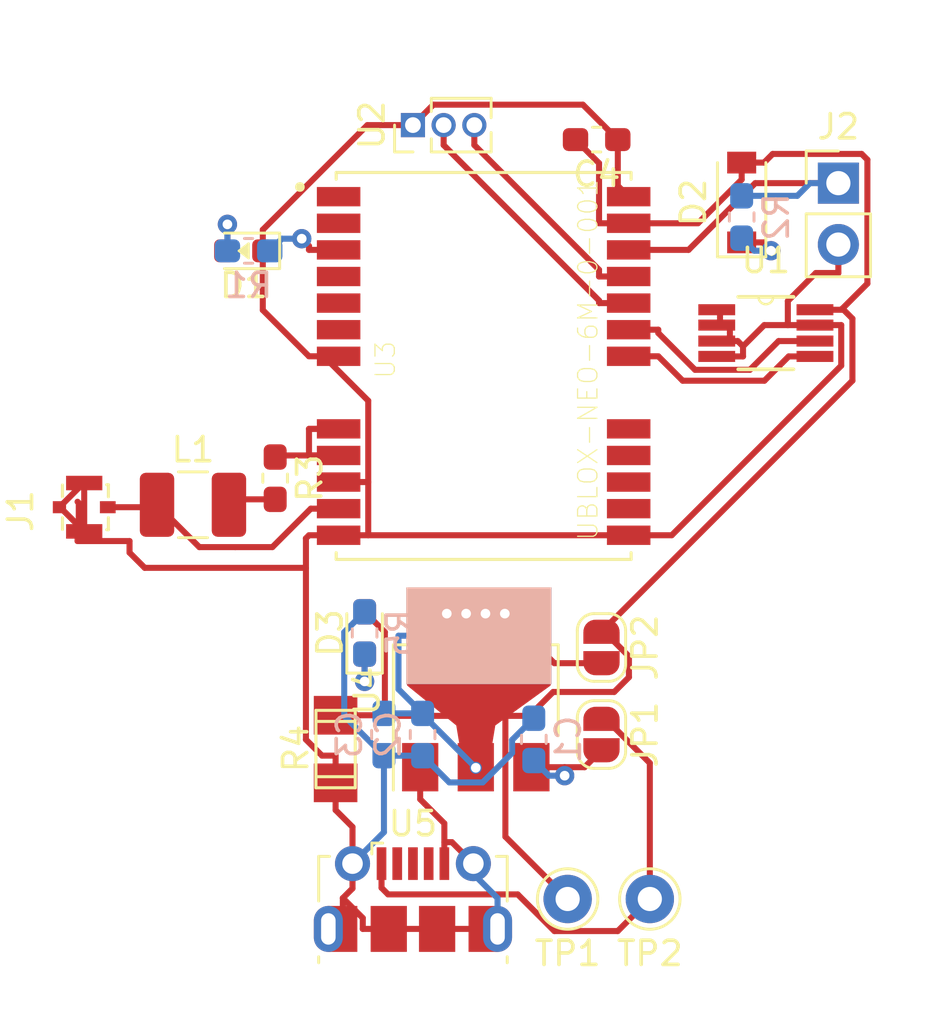
<source format=kicad_pcb>
(kicad_pcb (version 20171130) (host pcbnew 5.1.2-f72e74a~84~ubuntu18.04.1)

  (general
    (thickness 1.6)
    (drawings 0)
    (tracks 219)
    (zones 0)
    (modules 24)
    (nets 18)
  )

  (page User 215.9 139.7)
  (layers
    (0 F.Cu signal)
    (31 B.Cu signal)
    (32 B.Adhes user)
    (33 F.Adhes user)
    (34 B.Paste user)
    (35 F.Paste user)
    (36 B.SilkS user)
    (37 F.SilkS user)
    (38 B.Mask user)
    (39 F.Mask user)
    (40 Dwgs.User user)
    (41 Cmts.User user)
    (42 Eco1.User user)
    (43 Eco2.User user)
    (44 Edge.Cuts user)
    (45 Margin user)
    (46 B.CrtYd user)
    (47 F.CrtYd user)
    (48 B.Fab user)
    (49 F.Fab user)
  )

  (setup
    (last_trace_width 0.25)
    (trace_clearance 0.2)
    (zone_clearance 0.508)
    (zone_45_only no)
    (trace_min 0.2)
    (via_size 0.8)
    (via_drill 0.4)
    (via_min_size 0.4)
    (via_min_drill 0.3)
    (uvia_size 0.3)
    (uvia_drill 0.1)
    (uvias_allowed no)
    (uvia_min_size 0.2)
    (uvia_min_drill 0.1)
    (edge_width 0.05)
    (segment_width 0.2)
    (pcb_text_width 0.3)
    (pcb_text_size 1.5 1.5)
    (mod_edge_width 0.12)
    (mod_text_size 1 1)
    (mod_text_width 0.15)
    (pad_size 1.524 1.524)
    (pad_drill 0.762)
    (pad_to_mask_clearance 0.051)
    (solder_mask_min_width 0.25)
    (aux_axis_origin 0 0)
    (visible_elements FFFFFF7F)
    (pcbplotparams
      (layerselection 0x010fc_ffffffff)
      (usegerberextensions false)
      (usegerberattributes false)
      (usegerberadvancedattributes false)
      (creategerberjobfile false)
      (excludeedgelayer true)
      (linewidth 0.100000)
      (plotframeref false)
      (viasonmask false)
      (mode 1)
      (useauxorigin false)
      (hpglpennumber 1)
      (hpglpenspeed 20)
      (hpglpendiameter 15.000000)
      (psnegative false)
      (psa4output false)
      (plotreference true)
      (plotvalue true)
      (plotinvisibletext false)
      (padsonsilk false)
      (subtractmaskfromsilk false)
      (outputformat 1)
      (mirror false)
      (drillshape 1)
      (scaleselection 1)
      (outputdirectory ""))
  )

  (net 0 "")
  (net 1 GND)
  (net 2 "Net-(C1-Pad1)")
  (net 3 "Net-(C2-Pad1)")
  (net 4 +3V3)
  (net 5 "Net-(D1-Pad2)")
  (net 6 "Net-(D2-Pad1)")
  (net 7 "Net-(D3-Pad1)")
  (net 8 "Net-(J1-Pad1)")
  (net 9 +5V)
  (net 10 "Net-(L1-Pad2)")
  (net 11 "Net-(R1-Pad2)")
  (net 12 "Net-(R3-Pad1)")
  (net 13 /GSCL)
  (net 14 /GSDA)
  (net 15 /RX)
  (net 16 /TX)
  (net 17 "Net-(J2-Pad1)")

  (net_class Default "This is the default net class."
    (clearance 0.2)
    (trace_width 0.25)
    (via_dia 0.8)
    (via_drill 0.4)
    (uvia_dia 0.3)
    (uvia_drill 0.1)
    (add_net +3V3)
    (add_net +5V)
    (add_net /GSCL)
    (add_net /GSDA)
    (add_net /RX)
    (add_net /TX)
    (add_net GND)
    (add_net "Net-(C1-Pad1)")
    (add_net "Net-(C2-Pad1)")
    (add_net "Net-(D1-Pad2)")
    (add_net "Net-(D2-Pad1)")
    (add_net "Net-(D3-Pad1)")
    (add_net "Net-(J1-Pad1)")
    (add_net "Net-(J2-Pad1)")
    (add_net "Net-(L1-Pad2)")
    (add_net "Net-(R1-Pad2)")
    (add_net "Net-(R3-Pad1)")
  )

  (module Connector_PinHeader_2.54mm:PinHeader_1x02_P2.54mm_Vertical (layer F.Cu) (tedit 59FED5CC) (tstamp 5D12D40B)
    (at 73 32.4)
    (descr "Through hole straight pin header, 1x02, 2.54mm pitch, single row")
    (tags "Through hole pin header THT 1x02 2.54mm single row")
    (path /5D14C771)
    (fp_text reference J2 (at 0 -2.33) (layer F.SilkS)
      (effects (font (size 1 1) (thickness 0.15)))
    )
    (fp_text value BAT_CONN (at 0 4.87) (layer F.Fab)
      (effects (font (size 1 1) (thickness 0.15)))
    )
    (fp_text user %R (at 0 1.27 90) (layer F.Fab)
      (effects (font (size 1 1) (thickness 0.15)))
    )
    (fp_line (start 1.8 -1.8) (end -1.8 -1.8) (layer F.CrtYd) (width 0.05))
    (fp_line (start 1.8 4.35) (end 1.8 -1.8) (layer F.CrtYd) (width 0.05))
    (fp_line (start -1.8 4.35) (end 1.8 4.35) (layer F.CrtYd) (width 0.05))
    (fp_line (start -1.8 -1.8) (end -1.8 4.35) (layer F.CrtYd) (width 0.05))
    (fp_line (start -1.33 -1.33) (end 0 -1.33) (layer F.SilkS) (width 0.12))
    (fp_line (start -1.33 0) (end -1.33 -1.33) (layer F.SilkS) (width 0.12))
    (fp_line (start -1.33 1.27) (end 1.33 1.27) (layer F.SilkS) (width 0.12))
    (fp_line (start 1.33 1.27) (end 1.33 3.87) (layer F.SilkS) (width 0.12))
    (fp_line (start -1.33 1.27) (end -1.33 3.87) (layer F.SilkS) (width 0.12))
    (fp_line (start -1.33 3.87) (end 1.33 3.87) (layer F.SilkS) (width 0.12))
    (fp_line (start -1.27 -0.635) (end -0.635 -1.27) (layer F.Fab) (width 0.1))
    (fp_line (start -1.27 3.81) (end -1.27 -0.635) (layer F.Fab) (width 0.1))
    (fp_line (start 1.27 3.81) (end -1.27 3.81) (layer F.Fab) (width 0.1))
    (fp_line (start 1.27 -1.27) (end 1.27 3.81) (layer F.Fab) (width 0.1))
    (fp_line (start -0.635 -1.27) (end 1.27 -1.27) (layer F.Fab) (width 0.1))
    (pad 2 thru_hole oval (at 0 2.54) (size 1.7 1.7) (drill 1) (layers *.Cu *.Mask)
      (net 1 GND))
    (pad 1 thru_hole rect (at 0 0) (size 1.7 1.7) (drill 1) (layers *.Cu *.Mask)
      (net 17 "Net-(J2-Pad1)"))
    (model ${KISYS3DMOD}/Connector_PinHeader_2.54mm.3dshapes/PinHeader_1x02_P2.54mm_Vertical.wrl
      (at (xyz 0 0 0))
      (scale (xyz 1 1 1))
      (rotate (xyz 0 0 0))
    )
  )

  (module footprint-lib:AMS1117_SOT-223 (layer F.Cu) (tedit 5D122160) (tstamp 5D12DC08)
    (at 58 53.4 90)
    (descr "module CMS SOT223 4 pins")
    (tags "CMS SOT")
    (path /5D123390/5C0AD747)
    (attr smd)
    (fp_text reference U4 (at 0 -4.5 90) (layer F.SilkS)
      (effects (font (size 1 1) (thickness 0.15)))
    )
    (fp_text value AMS1117-3.3 (at 0 4.5 90) (layer F.Fab)
      (effects (font (size 1 1) (thickness 0.15)))
    )
    (fp_poly (pts (xy -2.159 0.635) (xy -1.397 0.762) (xy 0.254 3.048) (xy 1.397 3.048)
      (xy 1.397 -2.794) (xy 0.254 -2.794) (xy -1.397 -0.762) (xy -2.159 -0.635)) (layer F.Cu) (width 0.1))
    (fp_line (start 1.85 -3.35) (end 1.85 3.35) (layer F.Fab) (width 0.1))
    (fp_line (start -1.85 3.35) (end 1.85 3.35) (layer F.Fab) (width 0.1))
    (fp_line (start -4.1 -3.41) (end 1.91 -3.41) (layer F.SilkS) (width 0.12))
    (fp_line (start -0.85 -3.35) (end 1.85 -3.35) (layer F.Fab) (width 0.1))
    (fp_line (start -1.85 3.41) (end 1.91 3.41) (layer F.SilkS) (width 0.12))
    (fp_line (start -1.85 -2.35) (end -1.85 3.35) (layer F.Fab) (width 0.1))
    (fp_line (start -1.85 -2.35) (end -0.85 -3.35) (layer F.Fab) (width 0.1))
    (fp_line (start -4.4 -3.6) (end -4.4 3.6) (layer F.CrtYd) (width 0.05))
    (fp_line (start -4.4 3.6) (end 4.4 3.6) (layer F.CrtYd) (width 0.05))
    (fp_line (start 4.4 3.6) (end 4.4 -3.6) (layer F.CrtYd) (width 0.05))
    (fp_line (start 4.4 -3.6) (end -4.4 -3.6) (layer F.CrtYd) (width 0.05))
    (fp_line (start 1.91 -3.41) (end 1.91 -2.15) (layer F.SilkS) (width 0.12))
    (fp_line (start 1.91 3.41) (end 1.91 2.15) (layer F.SilkS) (width 0.12))
    (fp_text user %R (at 0 0) (layer F.Fab)
      (effects (font (size 0.8 0.8) (thickness 0.12)))
    )
    (pad 2 smd rect (at 2.286 0.127 90) (size 4 6) (layers B.Cu B.SilkS B.Mask)
      (net 3 "Net-(C2-Pad1)"))
    (pad 2 thru_hole circle (at -3.175 0 90) (size 0.5 0.5) (drill 0.4) (layers *.Cu)
      (net 3 "Net-(C2-Pad1)"))
    (pad 2 thru_hole circle (at 3.2 -0.4 90) (size 0.5 0.5) (drill 0.4) (layers *.Cu)
      (net 3 "Net-(C2-Pad1)"))
    (pad 2 thru_hole circle (at 3.2 1.2 90) (size 0.5 0.5) (drill 0.4) (layers *.Cu)
      (net 3 "Net-(C2-Pad1)"))
    (pad 2 thru_hole circle (at 3.2 -1.2 90) (size 0.5 0.5) (drill 0.4) (layers *.Cu)
      (net 3 "Net-(C2-Pad1)"))
    (pad 2 thru_hole circle (at 3.2 0.4 90) (size 0.5 0.5) (drill 0.4) (layers *.Cu)
      (net 3 "Net-(C2-Pad1)"))
    (pad 1 smd rect (at -3.15 -2.3 90) (size 2 1.5) (layers F.Cu F.Paste F.Mask)
      (net 1 GND))
    (pad 3 smd rect (at -3.15 2.3 90) (size 2 1.5) (layers F.Cu F.Paste F.Mask)
      (net 2 "Net-(C1-Pad1)"))
    (pad 2 smd rect (at -3.15 0 90) (size 2 1.5) (layers F.Cu F.Paste F.Mask)
      (net 3 "Net-(C2-Pad1)"))
    (pad 2 smd rect (at 2.286 0.127 90) (size 4 6) (layers F.Cu F.Paste F.Mask)
      (net 3 "Net-(C2-Pad1)"))
    (model ${KISYS3DMOD}/Package_TO_SOT_SMD.3dshapes/SOT-223.wrl
      (at (xyz 0 0 0))
      (scale (xyz 1 1 1))
      (rotate (xyz 0 0 0))
    )
  )

  (module Capacitor_SMD:C_0603_1608Metric_Pad1.05x0.95mm_HandSolder (layer B.Cu) (tedit 5B301BBE) (tstamp 5D12DD82)
    (at 54.2 55.2 270)
    (descr "Capacitor SMD 0603 (1608 Metric), square (rectangular) end terminal, IPC_7351 nominal with elongated pad for handsoldering. (Body size source: http://www.tortai-tech.com/upload/download/2011102023233369053.pdf), generated with kicad-footprint-generator")
    (tags "capacitor handsolder")
    (path /5D123390/5D143145)
    (attr smd)
    (fp_text reference C3 (at 0 1.43 90) (layer B.SilkS)
      (effects (font (size 1 1) (thickness 0.15)) (justify mirror))
    )
    (fp_text value C106,0603 (at 0 -1.43 90) (layer B.Fab)
      (effects (font (size 1 1) (thickness 0.15)) (justify mirror))
    )
    (fp_text user %R (at 0 0 90) (layer B.Fab)
      (effects (font (size 0.4 0.4) (thickness 0.06)) (justify mirror))
    )
    (fp_line (start 1.65 -0.73) (end -1.65 -0.73) (layer B.CrtYd) (width 0.05))
    (fp_line (start 1.65 0.73) (end 1.65 -0.73) (layer B.CrtYd) (width 0.05))
    (fp_line (start -1.65 0.73) (end 1.65 0.73) (layer B.CrtYd) (width 0.05))
    (fp_line (start -1.65 -0.73) (end -1.65 0.73) (layer B.CrtYd) (width 0.05))
    (fp_line (start -0.171267 -0.51) (end 0.171267 -0.51) (layer B.SilkS) (width 0.12))
    (fp_line (start -0.171267 0.51) (end 0.171267 0.51) (layer B.SilkS) (width 0.12))
    (fp_line (start 0.8 -0.4) (end -0.8 -0.4) (layer B.Fab) (width 0.1))
    (fp_line (start 0.8 0.4) (end 0.8 -0.4) (layer B.Fab) (width 0.1))
    (fp_line (start -0.8 0.4) (end 0.8 0.4) (layer B.Fab) (width 0.1))
    (fp_line (start -0.8 -0.4) (end -0.8 0.4) (layer B.Fab) (width 0.1))
    (pad 2 smd roundrect (at 0.875 0 270) (size 1.05 0.95) (layers B.Cu B.Paste B.Mask) (roundrect_rratio 0.25)
      (net 1 GND))
    (pad 1 smd roundrect (at -0.875 0 270) (size 1.05 0.95) (layers B.Cu B.Paste B.Mask) (roundrect_rratio 0.25)
      (net 3 "Net-(C2-Pad1)"))
    (model ${KISYS3DMOD}/Capacitor_SMD.3dshapes/C_0603_1608Metric.wrl
      (at (xyz 0 0 0))
      (scale (xyz 1 1 1))
      (rotate (xyz 0 0 0))
    )
  )

  (module footprint-lib:USB_Micro-B_Molex-105017-0001 (layer F.Cu) (tedit 5CF4B89B) (tstamp 5D12DDCA)
    (at 55.4 62)
    (descr http://www.molex.com/pdm_docs/sd/1050170001_sd.pdf)
    (tags "Micro-USB SMD Typ-B")
    (path /5D140222)
    (attr smd)
    (fp_text reference U5 (at 0 -3.1125) (layer F.SilkS)
      (effects (font (size 1 1) (thickness 0.15)))
    )
    (fp_text value USB_Micro (at 0.3 4.3375) (layer F.Fab)
      (effects (font (size 1 1) (thickness 0.15)))
    )
    (fp_line (start -1.1 -2.1225) (end -1.1 -1.9125) (layer F.Fab) (width 0.1))
    (fp_line (start -1.5 -2.1225) (end -1.5 -1.9125) (layer F.Fab) (width 0.1))
    (fp_line (start -1.5 -2.1225) (end -1.1 -2.1225) (layer F.Fab) (width 0.1))
    (fp_line (start -1.1 -1.9125) (end -1.3 -1.7125) (layer F.Fab) (width 0.1))
    (fp_line (start -1.3 -1.7125) (end -1.5 -1.9125) (layer F.Fab) (width 0.1))
    (fp_line (start -1.7 -2.3125) (end -1.7 -1.8625) (layer F.SilkS) (width 0.12))
    (fp_line (start -1.7 -2.3125) (end -1.25 -2.3125) (layer F.SilkS) (width 0.12))
    (fp_line (start 3.9 -1.7625) (end 3.45 -1.7625) (layer F.SilkS) (width 0.12))
    (fp_line (start 3.9 0.0875) (end 3.9 -1.7625) (layer F.SilkS) (width 0.12))
    (fp_line (start -3.9 2.6375) (end -3.9 2.3875) (layer F.SilkS) (width 0.12))
    (fp_line (start -3.75 3.3875) (end -3.75 -1.6125) (layer F.Fab) (width 0.1))
    (fp_line (start -3.75 -1.6125) (end 3.75 -1.6125) (layer F.Fab) (width 0.1))
    (fp_line (start -3.75 3.389204) (end 3.75 3.389204) (layer F.Fab) (width 0.1))
    (fp_line (start -3 2.689204) (end 3 2.689204) (layer F.Fab) (width 0.1))
    (fp_line (start 3.75 3.3875) (end 3.75 -1.6125) (layer F.Fab) (width 0.1))
    (fp_line (start 3.9 2.6375) (end 3.9 2.3875) (layer F.SilkS) (width 0.12))
    (fp_line (start -3.9 0.0875) (end -3.9 -1.7625) (layer F.SilkS) (width 0.12))
    (fp_line (start -3.9 -1.7625) (end -3.45 -1.7625) (layer F.SilkS) (width 0.12))
    (fp_line (start -4.4 3.64) (end -4.4 -2.46) (layer F.CrtYd) (width 0.05))
    (fp_line (start -4.4 -2.46) (end 4.4 -2.46) (layer F.CrtYd) (width 0.05))
    (fp_line (start 4.4 -2.46) (end 4.4 3.64) (layer F.CrtYd) (width 0.05))
    (fp_line (start -4.4 3.64) (end 4.4 3.64) (layer F.CrtYd) (width 0.05))
    (fp_text user %R (at 0 0.8875) (layer F.Fab)
      (effects (font (size 1 1) (thickness 0.15)))
    )
    (fp_text user "PCB Edge" (at 0 3.2) (layer Dwgs.User)
      (effects (font (size 0.5 0.5) (thickness 0.08)))
    )
    (pad 6 smd rect (at -2.9 1.2375) (size 1.2 1.9) (layers F.Cu F.Mask)
      (net 1 GND))
    (pad 7 smd rect (at 2.9 1.2375) (size 1.2 1.9) (layers F.Cu F.Mask)
      (net 1 GND))
    (pad 7 thru_hole oval (at 3.5 1.2375) (size 1.2 1.9) (drill oval 0.6 1.3) (layers *.Cu *.Mask)
      (net 1 GND))
    (pad 6 thru_hole oval (at -3.5 1.2375 180) (size 1.2 1.9) (drill oval 0.6 1.3) (layers *.Cu *.Mask)
      (net 1 GND))
    (pad 6 smd rect (at -1 1.2375) (size 1.5 1.9) (layers F.Cu F.Paste F.Mask)
      (net 1 GND))
    (pad 9 thru_hole circle (at 2.5 -1.4625) (size 1.45 1.45) (drill 0.85) (layers *.Cu *.Mask)
      (net 1 GND))
    (pad 3 smd rect (at 0 -1.4625) (size 0.4 1.35) (layers F.Cu F.Paste F.Mask))
    (pad 4 smd rect (at 0.65 -1.4625) (size 0.4 1.35) (layers F.Cu F.Paste F.Mask))
    (pad 5 smd rect (at 1.3 -1.4625) (size 0.4 1.35) (layers F.Cu F.Paste F.Mask)
      (net 1 GND))
    (pad 1 smd rect (at -1.3 -1.4625) (size 0.4 1.35) (layers F.Cu F.Paste F.Mask)
      (net 9 +5V))
    (pad 2 smd rect (at -0.65 -1.4625) (size 0.4 1.35) (layers F.Cu F.Paste F.Mask))
    (pad 8 thru_hole circle (at -2.5 -1.4625) (size 1.45 1.45) (drill 0.85) (layers *.Cu *.Mask)
      (net 1 GND))
    (pad 7 smd rect (at 1 1.2375) (size 1.5 1.9) (layers F.Cu F.Paste F.Mask)
      (net 1 GND))
    (model /home/logic/_workspace/kicad/kicad_library/kicad-packages3d/Connector_USB_Extra.3dshapes/USB_Micro-B_Molex-105017-0001.wrl
      (at (xyz 0 0 0))
      (scale (xyz 1.1 1 1))
      (rotate (xyz 0 0 0))
    )
  )

  (module footprint-lib:UBLOX-NEO-6M-0-001 (layer F.Cu) (tedit 5D120AB0) (tstamp 5D129F35)
    (at 58.325 39.96)
    (tags "UBLOX-NEO-6M-0-001 UBLOX NEO-6M")
    (path /5D1229BE)
    (attr smd)
    (fp_text reference U3 (at -4.064 -0.254 270) (layer F.SilkS)
      (effects (font (size 0.8 0.8) (thickness 0.05)))
    )
    (fp_text value UBLOX-NEO-6M-0-001 (at 4.318 -0.254 270) (layer F.SilkS)
      (effects (font (size 0.8 0.8) (thickness 0.05)))
    )
    (fp_circle (center -7.6 -7.4) (end -7.5 -7.4) (layer F.SilkS) (width 0.2))
    (fp_line (start -6.1 -8) (end 6.1 -8) (layer Eco2.User) (width 0.127))
    (fp_line (start 6.1 -8) (end 6.1 8) (layer Eco2.User) (width 0.127))
    (fp_line (start 6.1 8) (end -6.1 8) (layer Eco2.User) (width 0.127))
    (fp_line (start -6.1 8) (end -6.1 -8) (layer Eco2.User) (width 0.127))
    (fp_line (start -6.1 -7.72) (end -6.1 -8) (layer F.SilkS) (width 0.127))
    (fp_line (start -6.1 -8) (end 6.1 -8) (layer F.SilkS) (width 0.127))
    (fp_line (start 6.1 -8) (end 6.1 -7.72) (layer F.SilkS) (width 0.127))
    (fp_line (start -6.1 7.72) (end -6.1 8) (layer F.SilkS) (width 0.127))
    (fp_line (start -6.1 8) (end 6.1 8) (layer F.SilkS) (width 0.127))
    (fp_line (start 6.1 8) (end 6.1 7.72) (layer F.SilkS) (width 0.127))
    (fp_line (start -7.15 -8.25) (end 7.15 -8.25) (layer Eco1.User) (width 0.05))
    (fp_line (start 7.15 -8.25) (end 7.15 8.25) (layer Eco1.User) (width 0.05))
    (fp_line (start 7.15 8.25) (end -7.15 8.25) (layer Eco1.User) (width 0.05))
    (fp_line (start -7.15 8.25) (end -7.15 -8.25) (layer Eco1.User) (width 0.05))
    (fp_poly (pts (xy -7.3 -2.2) (xy -6.1 -2.2) (xy -6.1 -2.3) (xy -5.2 -2.3)
      (xy -5.2 -2.9) (xy -6.1 -2.9) (xy -6.1 -3) (xy -7.3 -3)) (layer F.Paste) (width 0.0001))
    (fp_poly (pts (xy -7.3 0) (xy -6.1 0) (xy -6.1 -0.1) (xy -5.2 -0.1)
      (xy -5.2 -0.7) (xy -6.1 -0.7) (xy -6.1 -0.8) (xy -7.3 -0.8)) (layer F.Paste) (width 0.0001))
    (fp_poly (pts (xy -7.3 -1.1) (xy -6.1 -1.1) (xy -6.1 -1.2) (xy -5.2 -1.2)
      (xy -5.2 -1.8) (xy -6.1 -1.8) (xy -6.1 -1.9) (xy -7.3 -1.9)) (layer F.Paste) (width 0.0001))
    (fp_poly (pts (xy -7.3 -4.4) (xy -6.1 -4.4) (xy -6.1 -4.5) (xy -5.2 -4.5)
      (xy -5.2 -5.1) (xy -6.1 -5.1) (xy -6.1 -5.2) (xy -7.3 -5.2)) (layer F.Paste) (width 0.0001))
    (fp_poly (pts (xy -7.3 -3.3) (xy -6.1 -3.3) (xy -6.1 -3.4) (xy -5.2 -3.4)
      (xy -5.2 -4) (xy -6.1 -4) (xy -6.1 -4.1) (xy -7.3 -4.1)) (layer F.Paste) (width 0.0001))
    (fp_poly (pts (xy -7.3 -6.6) (xy -6.1 -6.6) (xy -6.1 -6.7) (xy -5.2 -6.7)
      (xy -5.2 -7.3) (xy -6.1 -7.3) (xy -6.1 -7.4) (xy -7.3 -7.4)) (layer F.Paste) (width 0.0001))
    (fp_poly (pts (xy -7.3 -5.5) (xy -6.1 -5.5) (xy -6.1 -5.6) (xy -5.2 -5.6)
      (xy -5.2 -6.2) (xy -6.1 -6.2) (xy -6.1 -6.3) (xy -7.3 -6.3)) (layer F.Paste) (width 0.0001))
    (fp_poly (pts (xy 7.3 3.3) (xy 6.1 3.3) (xy 6.1 3.4) (xy 5.2 3.4)
      (xy 5.2 4) (xy 6.1 4) (xy 6.1 4.1) (xy 7.3 4.1)) (layer F.Paste) (width 0.0001))
    (fp_poly (pts (xy 7.3 2.2) (xy 6.1 2.2) (xy 6.1 2.3) (xy 5.2 2.3)
      (xy 5.2 2.9) (xy 6.1 2.9) (xy 6.1 3) (xy 7.3 3)) (layer F.Paste) (width 0.0001))
    (fp_poly (pts (xy 7.3 5.5) (xy 6.1 5.5) (xy 6.1 5.6) (xy 5.2 5.6)
      (xy 5.2 6.2) (xy 6.1 6.2) (xy 6.1 6.3) (xy 7.3 6.3)) (layer F.Paste) (width 0.0001))
    (fp_poly (pts (xy 7.3 4.4) (xy 6.1 4.4) (xy 6.1 4.5) (xy 5.2 4.5)
      (xy 5.2 5.1) (xy 6.1 5.1) (xy 6.1 5.2) (xy 7.3 5.2)) (layer F.Paste) (width 0.0001))
    (fp_poly (pts (xy 7.3 6.6) (xy 6.1 6.6) (xy 6.1 6.7) (xy 5.2 6.7)
      (xy 5.2 7.3) (xy 6.1 7.3) (xy 6.1 7.4) (xy 7.3 7.4)) (layer F.Paste) (width 0.0001))
    (fp_poly (pts (xy -7.3 2.2) (xy -6.1 2.2) (xy -6.1 2.3) (xy -5.2 2.3)
      (xy -5.2 2.9) (xy -6.1 2.9) (xy -6.1 3) (xy -7.3 3)) (layer F.Paste) (width 0.0001))
    (fp_poly (pts (xy -7.3 3.3) (xy -6.1 3.3) (xy -6.1 3.4) (xy -5.2 3.4)
      (xy -5.2 4) (xy -6.1 4) (xy -6.1 4.1) (xy -7.3 4.1)) (layer F.Paste) (width 0.0001))
    (fp_poly (pts (xy -7.3 4.4) (xy -6.1 4.4) (xy -6.1 4.5) (xy -5.2 4.5)
      (xy -5.2 5.1) (xy -6.1 5.1) (xy -6.1 5.2) (xy -7.3 5.2)) (layer F.Paste) (width 0.0001))
    (fp_poly (pts (xy -7.3 5.5) (xy -6.1 5.5) (xy -6.1 5.6) (xy -5.2 5.6)
      (xy -5.2 6.2) (xy -6.1 6.2) (xy -6.1 6.3) (xy -7.3 6.3)) (layer F.Paste) (width 0.0001))
    (fp_poly (pts (xy -7.3 6.6) (xy -6.1 6.6) (xy -6.1 6.7) (xy -5.2 6.7)
      (xy -5.2 7.3) (xy -6.1 7.3) (xy -6.1 7.4) (xy -7.3 7.4)) (layer F.Paste) (width 0.0001))
    (fp_poly (pts (xy 7.3 0) (xy 6.1 0) (xy 6.1 -0.1) (xy 5.2 -0.1)
      (xy 5.2 -0.7) (xy 6.1 -0.7) (xy 6.1 -0.8) (xy 7.3 -0.8)) (layer F.Paste) (width 0.0001))
    (fp_poly (pts (xy 7.3 -1.1) (xy 6.1 -1.1) (xy 6.1 -1.2) (xy 5.2 -1.2)
      (xy 5.2 -1.8) (xy 6.1 -1.8) (xy 6.1 -1.9) (xy 7.3 -1.9)) (layer F.Paste) (width 0.0001))
    (fp_poly (pts (xy 7.3 -2.2) (xy 6.1 -2.2) (xy 6.1 -2.3) (xy 5.2 -2.3)
      (xy 5.2 -2.9) (xy 6.1 -2.9) (xy 6.1 -3) (xy 7.3 -3)) (layer F.Paste) (width 0.0001))
    (fp_poly (pts (xy 7.3 -3.3) (xy 6.1 -3.3) (xy 6.1 -3.4) (xy 5.2 -3.4)
      (xy 5.2 -4) (xy 6.1 -4) (xy 6.1 -4.1) (xy 7.3 -4.1)) (layer F.Paste) (width 0.0001))
    (fp_poly (pts (xy 7.3 -4.4) (xy 6.1 -4.4) (xy 6.1 -4.5) (xy 5.2 -4.5)
      (xy 5.2 -5.1) (xy 6.1 -5.1) (xy 6.1 -5.2) (xy 7.3 -5.2)) (layer F.Paste) (width 0.0001))
    (fp_poly (pts (xy 7.3 -5.5) (xy 6.1 -5.5) (xy 6.1 -5.6) (xy 5.2 -5.6)
      (xy 5.2 -6.2) (xy 6.1 -6.2) (xy 6.1 -6.3) (xy 7.3 -6.3)) (layer F.Paste) (width 0.0001))
    (fp_poly (pts (xy 7.3 -6.6) (xy 6.1 -6.6) (xy 6.1 -6.7) (xy 5.2 -6.7)
      (xy 5.2 -7.3) (xy 6.1 -7.3) (xy 6.1 -7.4) (xy 7.3 -7.4)) (layer F.Paste) (width 0.0001))
    (fp_circle (center -7.6 -7.4) (end -7.5 -7.4) (layer Eco2.User) (width 0.2))
    (pad "" np_thru_hole oval (at 0 0 270) (size 10 5) (drill oval 10 5) (layers *.Cu *.Mask)
      (solder_mask_margin 0.5) (clearance 0.5))
    (pad 1 smd rect (at -6 -7 180) (size 1.8 0.8) (layers F.Cu F.Paste F.Mask))
    (pad 2 smd rect (at -6 -5.9 180) (size 1.8 0.8) (layers F.Cu F.Paste F.Mask))
    (pad 3 smd rect (at -6 -4.8 180) (size 1.8 0.8) (layers F.Cu F.Paste F.Mask)
      (net 11 "Net-(R1-Pad2)"))
    (pad 4 smd rect (at -6 -3.7 180) (size 1.8 0.8) (layers F.Cu F.Paste F.Mask))
    (pad 5 smd rect (at -6 -2.6 180) (size 1.8 0.8) (layers F.Cu F.Paste F.Mask))
    (pad 6 smd rect (at -6 -1.5 180) (size 1.8 0.8) (layers F.Cu F.Paste F.Mask))
    (pad 7 smd rect (at -6 -0.4 180) (size 1.8 0.8) (layers F.Cu F.Paste F.Mask)
      (net 1 GND))
    (pad 8 smd rect (at -6 2.6 180) (size 1.8 0.8) (layers F.Cu F.Paste F.Mask)
      (net 12 "Net-(R3-Pad1)"))
    (pad 9 smd rect (at -6 3.7 180) (size 1.8 0.8) (layers F.Cu F.Paste F.Mask)
      (net 12 "Net-(R3-Pad1)"))
    (pad 10 smd rect (at -6 4.8 180) (size 1.8 0.8) (layers F.Cu F.Paste F.Mask)
      (net 1 GND))
    (pad 11 smd rect (at -6 5.9 180) (size 1.8 0.8) (layers F.Cu F.Paste F.Mask)
      (net 8 "Net-(J1-Pad1)"))
    (pad 12 smd rect (at -6 7 180) (size 1.8 0.8) (layers F.Cu F.Paste F.Mask)
      (net 1 GND))
    (pad 13 smd rect (at 6 7 180) (size 1.8 0.8) (layers F.Cu F.Paste F.Mask)
      (net 1 GND))
    (pad 14 smd rect (at 6 5.9 180) (size 1.8 0.8) (layers F.Cu F.Paste F.Mask))
    (pad 15 smd rect (at 6 4.8 180) (size 1.8 0.8) (layers F.Cu F.Paste F.Mask))
    (pad 16 smd rect (at 6 3.7 180) (size 1.8 0.8) (layers F.Cu F.Paste F.Mask))
    (pad 17 smd rect (at 6 2.6 180) (size 1.8 0.8) (layers F.Cu F.Paste F.Mask))
    (pad 18 smd rect (at 6 -0.4 180) (size 1.8 0.8) (layers F.Cu F.Paste F.Mask)
      (net 14 /GSDA))
    (pad 19 smd rect (at 6 -1.5 180) (size 1.8 0.8) (layers F.Cu F.Paste F.Mask)
      (net 13 /GSCL))
    (pad 20 smd rect (at 6 -2.6 180) (size 1.8 0.8) (layers F.Cu F.Paste F.Mask)
      (net 16 /TX))
    (pad 21 smd rect (at 6 -3.7 180) (size 1.8 0.8) (layers F.Cu F.Paste F.Mask)
      (net 15 /RX))
    (pad 22 smd rect (at 6 -4.8 180) (size 1.8 0.8) (layers F.Cu F.Paste F.Mask)
      (net 17 "Net-(J2-Pad1)"))
    (pad 23 smd rect (at 6 -5.9 180) (size 1.8 0.8) (layers F.Cu F.Paste F.Mask)
      (net 4 +3V3))
    (pad 24 smd rect (at 6 -7 180) (size 1.8 0.8) (layers F.Cu F.Paste F.Mask)
      (net 1 GND))
    (model /home/logic/_workspace/kicad/kicad_library/kicad-packages3d/UBLOX/NEO-6M-0-001.step
      (at (xyz 0 0 0))
      (scale (xyz 1 1 1))
      (rotate (xyz 0 0 0))
    )
  )

  (module Connector_PinHeader_1.27mm:PinHeader_1x03_P1.27mm_Vertical (layer F.Cu) (tedit 59FED6E3) (tstamp 5D129EF0)
    (at 55.4 30 90)
    (descr "Through hole straight pin header, 1x03, 1.27mm pitch, single row")
    (tags "Through hole pin header THT 1x03 1.27mm single row")
    (path /5D136A31)
    (fp_text reference U2 (at 0 -1.695 90) (layer F.SilkS)
      (effects (font (size 1 1) (thickness 0.15)))
    )
    (fp_text value TTL_TERMINAL (at 0 4.235 90) (layer F.Fab)
      (effects (font (size 1 1) (thickness 0.15)))
    )
    (fp_text user %R (at 0 1.27) (layer F.Fab)
      (effects (font (size 1 1) (thickness 0.15)))
    )
    (fp_line (start 1.55 -1.15) (end -1.55 -1.15) (layer F.CrtYd) (width 0.05))
    (fp_line (start 1.55 3.7) (end 1.55 -1.15) (layer F.CrtYd) (width 0.05))
    (fp_line (start -1.55 3.7) (end 1.55 3.7) (layer F.CrtYd) (width 0.05))
    (fp_line (start -1.55 -1.15) (end -1.55 3.7) (layer F.CrtYd) (width 0.05))
    (fp_line (start -1.11 -0.76) (end 0 -0.76) (layer F.SilkS) (width 0.12))
    (fp_line (start -1.11 0) (end -1.11 -0.76) (layer F.SilkS) (width 0.12))
    (fp_line (start 0.563471 0.76) (end 1.11 0.76) (layer F.SilkS) (width 0.12))
    (fp_line (start -1.11 0.76) (end -0.563471 0.76) (layer F.SilkS) (width 0.12))
    (fp_line (start 1.11 0.76) (end 1.11 3.235) (layer F.SilkS) (width 0.12))
    (fp_line (start -1.11 0.76) (end -1.11 3.235) (layer F.SilkS) (width 0.12))
    (fp_line (start 0.30753 3.235) (end 1.11 3.235) (layer F.SilkS) (width 0.12))
    (fp_line (start -1.11 3.235) (end -0.30753 3.235) (layer F.SilkS) (width 0.12))
    (fp_line (start -1.05 -0.11) (end -0.525 -0.635) (layer F.Fab) (width 0.1))
    (fp_line (start -1.05 3.175) (end -1.05 -0.11) (layer F.Fab) (width 0.1))
    (fp_line (start 1.05 3.175) (end -1.05 3.175) (layer F.Fab) (width 0.1))
    (fp_line (start 1.05 -0.635) (end 1.05 3.175) (layer F.Fab) (width 0.1))
    (fp_line (start -0.525 -0.635) (end 1.05 -0.635) (layer F.Fab) (width 0.1))
    (pad 3 thru_hole oval (at 0 2.54 90) (size 1 1) (drill 0.65) (layers *.Cu *.Mask)
      (net 15 /RX))
    (pad 2 thru_hole oval (at 0 1.27 90) (size 1 1) (drill 0.65) (layers *.Cu *.Mask)
      (net 16 /TX))
    (pad 1 thru_hole rect (at 0 0 90) (size 1 1) (drill 0.65) (layers *.Cu *.Mask)
      (net 1 GND))
    (model ${KISYS3DMOD}/Connector_PinHeader_1.27mm.3dshapes/PinHeader_1x03_P1.27mm_Vertical.wrl
      (at (xyz 0 0 0))
      (scale (xyz 1 1 1))
      (rotate (xyz 0 0 0))
    )
  )

  (module footprint-lib:24AA32A (layer F.Cu) (tedit 5D122879) (tstamp 5D129ED7)
    (at 70 38.6)
    (path /5D125865)
    (attr smd)
    (fp_text reference U1 (at 0 -3) (layer F.SilkS)
      (effects (font (size 1 1) (thickness 0.15)))
    )
    (fp_text value 24AA32A (at -0.50863 2.9501) (layer F.SilkS) hide
      (effects (font (size 1.64206 1.64206) (thickness 0.05)))
    )
    (fp_arc (start 0 -1.4986) (end -0.3048 -1.4986) (angle -180) (layer F.SilkS) (width 0.1))
    (fp_line (start -0.3048 -1.4986) (end -1.143 -1.4986) (layer F.SilkS) (width 0.1524))
    (fp_line (start 0.3048 -1.4986) (end -0.3048 -1.4986) (layer F.SilkS) (width 0.1524))
    (fp_line (start 1.143 -1.4986) (end 0.3048 -1.4986) (layer F.SilkS) (width 0.1524))
    (fp_line (start -1.143 1.4986) (end 1.143 1.4986) (layer F.SilkS) (width 0.1524))
    (fp_arc (start 0 -1.4986) (end -0.3048 -1.4986) (angle -180) (layer Eco2.User) (width 0.1))
    (fp_line (start -1.4986 -1.4986) (end -1.4986 1.4986) (layer Eco2.User) (width 0.1524))
    (fp_line (start -0.3048 -1.4986) (end -1.4986 -1.4986) (layer Eco2.User) (width 0.1524))
    (fp_line (start 0.3048 -1.4986) (end -0.3048 -1.4986) (layer Eco2.User) (width 0.1524))
    (fp_line (start 1.4986 -1.4986) (end 0.3048 -1.4986) (layer Eco2.User) (width 0.1524))
    (fp_line (start 1.4986 1.4986) (end 1.4986 -1.4986) (layer Eco2.User) (width 0.1524))
    (fp_line (start -1.4986 1.4986) (end 1.4986 1.4986) (layer Eco2.User) (width 0.1524))
    (fp_line (start 2.4384 -1.1684) (end 1.4986 -1.1684) (layer Eco2.User) (width 0.1524))
    (fp_line (start 2.4384 -0.762) (end 2.4384 -1.1684) (layer Eco2.User) (width 0.1524))
    (fp_line (start 1.4986 -0.762) (end 2.4384 -0.762) (layer Eco2.User) (width 0.1524))
    (fp_line (start 1.4986 -1.1684) (end 1.4986 -0.762) (layer Eco2.User) (width 0.1524))
    (fp_line (start 2.4384 -0.5334) (end 1.4986 -0.5334) (layer Eco2.User) (width 0.1524))
    (fp_line (start 2.4384 -0.127) (end 2.4384 -0.5334) (layer Eco2.User) (width 0.1524))
    (fp_line (start 1.4986 -0.127) (end 2.4384 -0.127) (layer Eco2.User) (width 0.1524))
    (fp_line (start 1.4986 -0.5334) (end 1.4986 -0.127) (layer Eco2.User) (width 0.1524))
    (fp_line (start 2.4384 0.127) (end 1.4986 0.127) (layer Eco2.User) (width 0.1524))
    (fp_line (start 2.4384 0.5334) (end 2.4384 0.127) (layer Eco2.User) (width 0.1524))
    (fp_line (start 1.4986 0.5334) (end 2.4384 0.5334) (layer Eco2.User) (width 0.1524))
    (fp_line (start 1.4986 0.127) (end 1.4986 0.5334) (layer Eco2.User) (width 0.1524))
    (fp_line (start 2.4384 0.762) (end 1.4986 0.762) (layer Eco2.User) (width 0.1524))
    (fp_line (start 2.4384 1.1684) (end 2.4384 0.762) (layer Eco2.User) (width 0.1524))
    (fp_line (start 1.4986 1.1684) (end 2.4384 1.1684) (layer Eco2.User) (width 0.1524))
    (fp_line (start 1.4986 0.762) (end 1.4986 1.1684) (layer Eco2.User) (width 0.1524))
    (fp_line (start -2.4384 1.1684) (end -1.4986 1.1684) (layer Eco2.User) (width 0.1524))
    (fp_line (start -2.4384 0.762) (end -2.4384 1.1684) (layer Eco2.User) (width 0.1524))
    (fp_line (start -1.4986 0.762) (end -2.4384 0.762) (layer Eco2.User) (width 0.1524))
    (fp_line (start -1.4986 1.1684) (end -1.4986 0.762) (layer Eco2.User) (width 0.1524))
    (fp_line (start -2.4384 0.5334) (end -1.4986 0.5334) (layer Eco2.User) (width 0.1524))
    (fp_line (start -2.4384 0.127) (end -2.4384 0.5334) (layer Eco2.User) (width 0.1524))
    (fp_line (start -1.4986 0.127) (end -2.4384 0.127) (layer Eco2.User) (width 0.1524))
    (fp_line (start -1.4986 0.5334) (end -1.4986 0.127) (layer Eco2.User) (width 0.1524))
    (fp_line (start -2.4384 -0.127) (end -1.4986 -0.127) (layer Eco2.User) (width 0.1524))
    (fp_line (start -2.4384 -0.5334) (end -2.4384 -0.127) (layer Eco2.User) (width 0.1524))
    (fp_line (start -1.4986 -0.5334) (end -2.4384 -0.5334) (layer Eco2.User) (width 0.1524))
    (fp_line (start -1.4986 -0.127) (end -1.4986 -0.5334) (layer Eco2.User) (width 0.1524))
    (fp_line (start -2.4384 -0.762) (end -1.4986 -0.762) (layer Eco2.User) (width 0.1524))
    (fp_line (start -2.4384 -1.1684) (end -2.4384 -0.762) (layer Eco2.User) (width 0.1524))
    (fp_line (start -1.4986 -1.1684) (end -2.4384 -1.1684) (layer Eco2.User) (width 0.1524))
    (fp_line (start -1.4986 -0.762) (end -1.4986 -1.1684) (layer Eco2.User) (width 0.1524))
    (pad 8 smd rect (at 2.032 -0.9652) (size 1.524 0.4572) (layers F.Cu F.Paste F.Mask)
      (net 4 +3V3))
    (pad 7 smd rect (at 2.032 -0.3302) (size 1.524 0.4572) (layers F.Cu F.Paste F.Mask)
      (net 1 GND))
    (pad 6 smd rect (at 2.032 0.3302) (size 1.524 0.4572) (layers F.Cu F.Paste F.Mask)
      (net 13 /GSCL))
    (pad 5 smd rect (at 2.032 0.9652) (size 1.524 0.4572) (layers F.Cu F.Paste F.Mask)
      (net 14 /GSDA))
    (pad 4 smd rect (at -2.032 0.9652) (size 1.524 0.4572) (layers F.Cu F.Paste F.Mask)
      (net 1 GND))
    (pad 3 smd rect (at -2.032 0.3302) (size 1.524 0.4572) (layers F.Cu F.Paste F.Mask)
      (net 1 GND))
    (pad 2 smd rect (at -2.032 -0.3302) (size 1.524 0.4572) (layers F.Cu F.Paste F.Mask)
      (net 1 GND))
    (pad 1 smd rect (at -2.032 -0.9652) (size 1.524 0.4572) (layers F.Cu F.Paste F.Mask)
      (net 1 GND))
  )

  (module Connector_Pin:Pin_D1.0mm_L10.0mm (layer F.Cu) (tedit 5A1DC084) (tstamp 5D12DD2D)
    (at 65.2 62)
    (descr "solder Pin_ diameter 1.0mm, hole diameter 1.0mm (press fit), length 10.0mm")
    (tags "solder Pin_ press fit")
    (path /5D123390/5D00EAB8)
    (fp_text reference TP2 (at 0 2.25) (layer F.SilkS)
      (effects (font (size 1 1) (thickness 0.15)))
    )
    (fp_text value TP_5V (at 0 -2.05) (layer F.Fab)
      (effects (font (size 1 1) (thickness 0.15)))
    )
    (fp_circle (center 0 0) (end 1.25 0.05) (layer F.SilkS) (width 0.12))
    (fp_circle (center 0 0) (end 1 0) (layer F.Fab) (width 0.12))
    (fp_circle (center 0 0) (end 0.5 0) (layer F.Fab) (width 0.12))
    (fp_circle (center 0 0) (end 1.5 0) (layer F.CrtYd) (width 0.05))
    (fp_text user %R (at 0 2.25) (layer F.Fab)
      (effects (font (size 1 1) (thickness 0.15)))
    )
    (pad 1 thru_hole circle (at 0 0) (size 2 2) (drill 1) (layers *.Cu *.Mask)
      (net 9 +5V))
    (model ${KISYS3DMOD}/Connector_Pin.3dshapes/Pin_D1.0mm_L10.0mm.wrl
      (at (xyz 0 0 0))
      (scale (xyz 1 1 1))
      (rotate (xyz 0 0 0))
    )
  )

  (module Connector_Pin:Pin_D1.0mm_L10.0mm (layer F.Cu) (tedit 5A1DC084) (tstamp 5D12DCDC)
    (at 61.8 62)
    (descr "solder Pin_ diameter 1.0mm, hole diameter 1.0mm (press fit), length 10.0mm")
    (tags "solder Pin_ press fit")
    (path /5D123390/5D00DAC3)
    (fp_text reference TP1 (at 0 2.25) (layer F.SilkS)
      (effects (font (size 1 1) (thickness 0.15)))
    )
    (fp_text value TP_3V3 (at 0 -2.05) (layer F.Fab)
      (effects (font (size 1 1) (thickness 0.15)))
    )
    (fp_circle (center 0 0) (end 1.25 0.05) (layer F.SilkS) (width 0.12))
    (fp_circle (center 0 0) (end 1 0) (layer F.Fab) (width 0.12))
    (fp_circle (center 0 0) (end 0.5 0) (layer F.Fab) (width 0.12))
    (fp_circle (center 0 0) (end 1.5 0) (layer F.CrtYd) (width 0.05))
    (fp_text user %R (at 0 2.25) (layer F.Fab)
      (effects (font (size 1 1) (thickness 0.15)))
    )
    (pad 1 thru_hole circle (at 0 0) (size 2 2) (drill 1) (layers *.Cu *.Mask)
      (net 4 +3V3))
    (model ${KISYS3DMOD}/Connector_Pin.3dshapes/Pin_D1.0mm_L10.0mm.wrl
      (at (xyz 0 0 0))
      (scale (xyz 1 1 1))
      (rotate (xyz 0 0 0))
    )
  )

  (module Resistor_SMD:R_0603_1608Metric_Pad1.05x0.95mm_HandSolder (layer B.Cu) (tedit 5B301BBD) (tstamp 5D12DCB3)
    (at 53.4 51 90)
    (descr "Resistor SMD 0603 (1608 Metric), square (rectangular) end terminal, IPC_7351 nominal with elongated pad for handsoldering. (Body size source: http://www.tortai-tech.com/upload/download/2011102023233369053.pdf), generated with kicad-footprint-generator")
    (tags "resistor handsolder")
    (path /5D123390/5C0C1058)
    (attr smd)
    (fp_text reference R5 (at 0 1.43 90) (layer B.SilkS)
      (effects (font (size 1 1) (thickness 0.15)) (justify mirror))
    )
    (fp_text value R102,0603 (at 0 -1.43 90) (layer B.Fab)
      (effects (font (size 1 1) (thickness 0.15)) (justify mirror))
    )
    (fp_text user %R (at 0 0 90) (layer B.Fab)
      (effects (font (size 0.4 0.4) (thickness 0.06)) (justify mirror))
    )
    (fp_line (start 1.65 -0.73) (end -1.65 -0.73) (layer B.CrtYd) (width 0.05))
    (fp_line (start 1.65 0.73) (end 1.65 -0.73) (layer B.CrtYd) (width 0.05))
    (fp_line (start -1.65 0.73) (end 1.65 0.73) (layer B.CrtYd) (width 0.05))
    (fp_line (start -1.65 -0.73) (end -1.65 0.73) (layer B.CrtYd) (width 0.05))
    (fp_line (start -0.171267 -0.51) (end 0.171267 -0.51) (layer B.SilkS) (width 0.12))
    (fp_line (start -0.171267 0.51) (end 0.171267 0.51) (layer B.SilkS) (width 0.12))
    (fp_line (start 0.8 -0.4) (end -0.8 -0.4) (layer B.Fab) (width 0.1))
    (fp_line (start 0.8 0.4) (end 0.8 -0.4) (layer B.Fab) (width 0.1))
    (fp_line (start -0.8 0.4) (end 0.8 0.4) (layer B.Fab) (width 0.1))
    (fp_line (start -0.8 -0.4) (end -0.8 0.4) (layer B.Fab) (width 0.1))
    (pad 2 smd roundrect (at 0.875 0 90) (size 1.05 0.95) (layers B.Cu B.Paste B.Mask) (roundrect_rratio 0.25)
      (net 1 GND))
    (pad 1 smd roundrect (at -0.875 0 90) (size 1.05 0.95) (layers B.Cu B.Paste B.Mask) (roundrect_rratio 0.25)
      (net 7 "Net-(D3-Pad1)"))
    (model ${KISYS3DMOD}/Resistor_SMD.3dshapes/R_0603_1608Metric.wrl
      (at (xyz 0 0 0))
      (scale (xyz 1 1 1))
      (rotate (xyz 0 0 0))
    )
  )

  (module footprint-lib:VAR_1206 (layer F.Cu) (tedit 5CFFB33A) (tstamp 5D12DE55)
    (at 52.2 55.8 90)
    (descr VAR_1206)
    (tags VAR_1206)
    (path /5D123390/5D00FCA8)
    (fp_text reference R4 (at 0.0254 -1.651 90) (layer F.SilkS)
      (effects (font (size 1 1) (thickness 0.15)))
    )
    (fp_text value VAR_3V3,1206 (at 0 1.27 90) (layer F.SilkS) hide
      (effects (font (size 0.50038 0.50038) (thickness 0.11938)))
    )
    (fp_line (start 1.143 0.8128) (end 1.143 -0.8128) (layer F.SilkS) (width 0.127))
    (fp_line (start -1.143 -0.8128) (end -1.143 0.8128) (layer F.SilkS) (width 0.127))
    (fp_line (start -1.6002 -0.8128) (end -1.6002 0.8128) (layer F.SilkS) (width 0.127))
    (fp_line (start -1.6002 0.8128) (end 1.6002 0.8128) (layer F.SilkS) (width 0.127))
    (fp_line (start 1.6002 0.8128) (end 1.6002 -0.8128) (layer F.SilkS) (width 0.127))
    (fp_line (start 1.6002 -0.8128) (end -1.6002 -0.8128) (layer F.SilkS) (width 0.127))
    (pad 1 smd rect (at 1.397 0 90) (size 1.6002 1.8034) (layers F.Cu F.Paste F.Mask)
      (net 4 +3V3))
    (pad 2 smd rect (at -1.397 0 90) (size 1.6002 1.8034) (layers F.Cu F.Paste F.Mask)
      (net 1 GND))
    (model ${HOME}/_workspace/kicad/kicad_library/smisioto-footprints/modules/packages3d/walter/smd_resistors/r_1206.wrl
      (at (xyz 0 0 0))
      (scale (xyz 1 1 1))
      (rotate (xyz 0 0 0))
    )
  )

  (module Resistor_SMD:R_0603_1608Metric_Pad1.05x0.95mm_HandSolder (layer F.Cu) (tedit 5B301BBD) (tstamp 5D129E6E)
    (at 49.7 44.6 270)
    (descr "Resistor SMD 0603 (1608 Metric), square (rectangular) end terminal, IPC_7351 nominal with elongated pad for handsoldering. (Body size source: http://www.tortai-tech.com/upload/download/2011102023233369053.pdf), generated with kicad-footprint-generator")
    (tags "resistor handsolder")
    (path /5D13008A)
    (attr smd)
    (fp_text reference R3 (at 0 -1.43 90) (layer F.SilkS)
      (effects (font (size 1 1) (thickness 0.15)))
    )
    (fp_text value R220,0603 (at 0 1.43 90) (layer F.Fab)
      (effects (font (size 1 1) (thickness 0.15)))
    )
    (fp_text user %R (at 0 0 90) (layer F.Fab)
      (effects (font (size 0.4 0.4) (thickness 0.06)))
    )
    (fp_line (start 1.65 0.73) (end -1.65 0.73) (layer F.CrtYd) (width 0.05))
    (fp_line (start 1.65 -0.73) (end 1.65 0.73) (layer F.CrtYd) (width 0.05))
    (fp_line (start -1.65 -0.73) (end 1.65 -0.73) (layer F.CrtYd) (width 0.05))
    (fp_line (start -1.65 0.73) (end -1.65 -0.73) (layer F.CrtYd) (width 0.05))
    (fp_line (start -0.171267 0.51) (end 0.171267 0.51) (layer F.SilkS) (width 0.12))
    (fp_line (start -0.171267 -0.51) (end 0.171267 -0.51) (layer F.SilkS) (width 0.12))
    (fp_line (start 0.8 0.4) (end -0.8 0.4) (layer F.Fab) (width 0.1))
    (fp_line (start 0.8 -0.4) (end 0.8 0.4) (layer F.Fab) (width 0.1))
    (fp_line (start -0.8 -0.4) (end 0.8 -0.4) (layer F.Fab) (width 0.1))
    (fp_line (start -0.8 0.4) (end -0.8 -0.4) (layer F.Fab) (width 0.1))
    (pad 2 smd roundrect (at 0.875 0 270) (size 1.05 0.95) (layers F.Cu F.Paste F.Mask) (roundrect_rratio 0.25)
      (net 10 "Net-(L1-Pad2)"))
    (pad 1 smd roundrect (at -0.875 0 270) (size 1.05 0.95) (layers F.Cu F.Paste F.Mask) (roundrect_rratio 0.25)
      (net 12 "Net-(R3-Pad1)"))
    (model ${KISYS3DMOD}/Resistor_SMD.3dshapes/R_0603_1608Metric.wrl
      (at (xyz 0 0 0))
      (scale (xyz 1 1 1))
      (rotate (xyz 0 0 0))
    )
  )

  (module Resistor_SMD:R_0603_1608Metric_Pad1.05x0.95mm_HandSolder (layer B.Cu) (tedit 5B301BBD) (tstamp 5D12C9CB)
    (at 69 33.8 90)
    (descr "Resistor SMD 0603 (1608 Metric), square (rectangular) end terminal, IPC_7351 nominal with elongated pad for handsoldering. (Body size source: http://www.tortai-tech.com/upload/download/2011102023233369053.pdf), generated with kicad-footprint-generator")
    (tags "resistor handsolder")
    (path /5D129502)
    (attr smd)
    (fp_text reference R2 (at 0 1.43 90) (layer B.SilkS)
      (effects (font (size 1 1) (thickness 0.15)) (justify mirror))
    )
    (fp_text value R102,0603 (at 0 -1.43 90) (layer B.Fab)
      (effects (font (size 1 1) (thickness 0.15)) (justify mirror))
    )
    (fp_text user %R (at 0 0 90) (layer B.Fab)
      (effects (font (size 0.4 0.4) (thickness 0.06)) (justify mirror))
    )
    (fp_line (start 1.65 -0.73) (end -1.65 -0.73) (layer B.CrtYd) (width 0.05))
    (fp_line (start 1.65 0.73) (end 1.65 -0.73) (layer B.CrtYd) (width 0.05))
    (fp_line (start -1.65 0.73) (end 1.65 0.73) (layer B.CrtYd) (width 0.05))
    (fp_line (start -1.65 -0.73) (end -1.65 0.73) (layer B.CrtYd) (width 0.05))
    (fp_line (start -0.171267 -0.51) (end 0.171267 -0.51) (layer B.SilkS) (width 0.12))
    (fp_line (start -0.171267 0.51) (end 0.171267 0.51) (layer B.SilkS) (width 0.12))
    (fp_line (start 0.8 -0.4) (end -0.8 -0.4) (layer B.Fab) (width 0.1))
    (fp_line (start 0.8 0.4) (end 0.8 -0.4) (layer B.Fab) (width 0.1))
    (fp_line (start -0.8 0.4) (end 0.8 0.4) (layer B.Fab) (width 0.1))
    (fp_line (start -0.8 -0.4) (end -0.8 0.4) (layer B.Fab) (width 0.1))
    (pad 2 smd roundrect (at 0.875 0 90) (size 1.05 0.95) (layers B.Cu B.Paste B.Mask) (roundrect_rratio 0.25)
      (net 17 "Net-(J2-Pad1)"))
    (pad 1 smd roundrect (at -0.875 0 90) (size 1.05 0.95) (layers B.Cu B.Paste B.Mask) (roundrect_rratio 0.25)
      (net 6 "Net-(D2-Pad1)"))
    (model ${KISYS3DMOD}/Resistor_SMD.3dshapes/R_0603_1608Metric.wrl
      (at (xyz 0 0 0))
      (scale (xyz 1 1 1))
      (rotate (xyz 0 0 0))
    )
  )

  (module Resistor_SMD:R_0603_1608Metric_Pad1.05x0.95mm_HandSolder (layer B.Cu) (tedit 5B301BBD) (tstamp 5D129E4C)
    (at 48.6 35.2)
    (descr "Resistor SMD 0603 (1608 Metric), square (rectangular) end terminal, IPC_7351 nominal with elongated pad for handsoldering. (Body size source: http://www.tortai-tech.com/upload/download/2011102023233369053.pdf), generated with kicad-footprint-generator")
    (tags "resistor handsolder")
    (path /5D132E6C)
    (attr smd)
    (fp_text reference R1 (at 0 1.43 180) (layer B.SilkS)
      (effects (font (size 1 1) (thickness 0.15)) (justify mirror))
    )
    (fp_text value R102,0603 (at 0 -1.43 180) (layer B.Fab)
      (effects (font (size 1 1) (thickness 0.15)) (justify mirror))
    )
    (fp_text user %R (at 0 0 180) (layer B.Fab)
      (effects (font (size 0.4 0.4) (thickness 0.06)) (justify mirror))
    )
    (fp_line (start 1.65 -0.73) (end -1.65 -0.73) (layer B.CrtYd) (width 0.05))
    (fp_line (start 1.65 0.73) (end 1.65 -0.73) (layer B.CrtYd) (width 0.05))
    (fp_line (start -1.65 0.73) (end 1.65 0.73) (layer B.CrtYd) (width 0.05))
    (fp_line (start -1.65 -0.73) (end -1.65 0.73) (layer B.CrtYd) (width 0.05))
    (fp_line (start -0.171267 -0.51) (end 0.171267 -0.51) (layer B.SilkS) (width 0.12))
    (fp_line (start -0.171267 0.51) (end 0.171267 0.51) (layer B.SilkS) (width 0.12))
    (fp_line (start 0.8 -0.4) (end -0.8 -0.4) (layer B.Fab) (width 0.1))
    (fp_line (start 0.8 0.4) (end 0.8 -0.4) (layer B.Fab) (width 0.1))
    (fp_line (start -0.8 0.4) (end 0.8 0.4) (layer B.Fab) (width 0.1))
    (fp_line (start -0.8 -0.4) (end -0.8 0.4) (layer B.Fab) (width 0.1))
    (pad 2 smd roundrect (at 0.875 0) (size 1.05 0.95) (layers B.Cu B.Paste B.Mask) (roundrect_rratio 0.25)
      (net 11 "Net-(R1-Pad2)"))
    (pad 1 smd roundrect (at -0.875 0) (size 1.05 0.95) (layers B.Cu B.Paste B.Mask) (roundrect_rratio 0.25)
      (net 5 "Net-(D1-Pad2)"))
    (model ${KISYS3DMOD}/Resistor_SMD.3dshapes/R_0603_1608Metric.wrl
      (at (xyz 0 0 0))
      (scale (xyz 1 1 1))
      (rotate (xyz 0 0 0))
    )
  )

  (module Inductor_SMD:L_1210_3225Metric_Pad1.42x2.65mm_HandSolder (layer F.Cu) (tedit 5B301BBE) (tstamp 5D129E3B)
    (at 46.3 45.7)
    (descr "Capacitor SMD 1210 (3225 Metric), square (rectangular) end terminal, IPC_7351 nominal with elongated pad for handsoldering. (Body size source: http://www.tortai-tech.com/upload/download/2011102023233369053.pdf), generated with kicad-footprint-generator")
    (tags "inductor handsolder")
    (path /5D12F71C)
    (attr smd)
    (fp_text reference L1 (at 0 -2.28) (layer F.SilkS)
      (effects (font (size 1 1) (thickness 0.15)))
    )
    (fp_text value L_22uH,1210 (at 0 2.28) (layer F.Fab)
      (effects (font (size 1 1) (thickness 0.15)))
    )
    (fp_text user %R (at 0 0) (layer F.Fab)
      (effects (font (size 0.8 0.8) (thickness 0.12)))
    )
    (fp_line (start 2.45 1.58) (end -2.45 1.58) (layer F.CrtYd) (width 0.05))
    (fp_line (start 2.45 -1.58) (end 2.45 1.58) (layer F.CrtYd) (width 0.05))
    (fp_line (start -2.45 -1.58) (end 2.45 -1.58) (layer F.CrtYd) (width 0.05))
    (fp_line (start -2.45 1.58) (end -2.45 -1.58) (layer F.CrtYd) (width 0.05))
    (fp_line (start -0.602064 1.36) (end 0.602064 1.36) (layer F.SilkS) (width 0.12))
    (fp_line (start -0.602064 -1.36) (end 0.602064 -1.36) (layer F.SilkS) (width 0.12))
    (fp_line (start 1.6 1.25) (end -1.6 1.25) (layer F.Fab) (width 0.1))
    (fp_line (start 1.6 -1.25) (end 1.6 1.25) (layer F.Fab) (width 0.1))
    (fp_line (start -1.6 -1.25) (end 1.6 -1.25) (layer F.Fab) (width 0.1))
    (fp_line (start -1.6 1.25) (end -1.6 -1.25) (layer F.Fab) (width 0.1))
    (pad 2 smd roundrect (at 1.4875 0) (size 1.425 2.65) (layers F.Cu F.Paste F.Mask) (roundrect_rratio 0.175439)
      (net 10 "Net-(L1-Pad2)"))
    (pad 1 smd roundrect (at -1.4875 0) (size 1.425 2.65) (layers F.Cu F.Paste F.Mask) (roundrect_rratio 0.175439)
      (net 8 "Net-(J1-Pad1)"))
    (model ${KISYS3DMOD}/Inductor_SMD.3dshapes/L_1210_3225Metric.wrl
      (at (xyz 0 0 0))
      (scale (xyz 1 1 1))
      (rotate (xyz 0 0 0))
    )
  )

  (module Jumper:SolderJumper-2_P1.3mm_Open_RoundedPad1.0x1.5mm (layer F.Cu) (tedit 5B391E66) (tstamp 5D12DD50)
    (at 63.2 51.6 270)
    (descr "SMD Solder Jumper, 1x1.5mm, rounded Pads, 0.3mm gap, open")
    (tags "solder jumper open")
    (path /5D123390/5D077B21)
    (attr virtual)
    (fp_text reference JP2 (at 0 -1.8 90) (layer F.SilkS)
      (effects (font (size 1 1) (thickness 0.15)))
    )
    (fp_text value OUT_EN (at 0 1.9 90) (layer F.Fab)
      (effects (font (size 1 1) (thickness 0.15)))
    )
    (fp_line (start 1.65 1.25) (end -1.65 1.25) (layer F.CrtYd) (width 0.05))
    (fp_line (start 1.65 1.25) (end 1.65 -1.25) (layer F.CrtYd) (width 0.05))
    (fp_line (start -1.65 -1.25) (end -1.65 1.25) (layer F.CrtYd) (width 0.05))
    (fp_line (start -1.65 -1.25) (end 1.65 -1.25) (layer F.CrtYd) (width 0.05))
    (fp_line (start -0.7 -1) (end 0.7 -1) (layer F.SilkS) (width 0.12))
    (fp_line (start 1.4 -0.3) (end 1.4 0.3) (layer F.SilkS) (width 0.12))
    (fp_line (start 0.7 1) (end -0.7 1) (layer F.SilkS) (width 0.12))
    (fp_line (start -1.4 0.3) (end -1.4 -0.3) (layer F.SilkS) (width 0.12))
    (fp_arc (start -0.7 -0.3) (end -0.7 -1) (angle -90) (layer F.SilkS) (width 0.12))
    (fp_arc (start -0.7 0.3) (end -1.4 0.3) (angle -90) (layer F.SilkS) (width 0.12))
    (fp_arc (start 0.7 0.3) (end 0.7 1) (angle -90) (layer F.SilkS) (width 0.12))
    (fp_arc (start 0.7 -0.3) (end 1.4 -0.3) (angle -90) (layer F.SilkS) (width 0.12))
    (pad 2 smd custom (at 0.65 0 270) (size 1 0.5) (layers F.Cu F.Mask)
      (net 3 "Net-(C2-Pad1)") (zone_connect 2)
      (options (clearance outline) (anchor rect))
      (primitives
        (gr_circle (center 0 0.25) (end 0.5 0.25) (width 0))
        (gr_circle (center 0 -0.25) (end 0.5 -0.25) (width 0))
        (gr_poly (pts
           (xy 0 -0.75) (xy -0.5 -0.75) (xy -0.5 0.75) (xy 0 0.75)) (width 0))
      ))
    (pad 1 smd custom (at -0.65 0 270) (size 1 0.5) (layers F.Cu F.Mask)
      (net 4 +3V3) (zone_connect 2)
      (options (clearance outline) (anchor rect))
      (primitives
        (gr_circle (center 0 0.25) (end 0.5 0.25) (width 0))
        (gr_circle (center 0 -0.25) (end 0.5 -0.25) (width 0))
        (gr_poly (pts
           (xy 0 -0.75) (xy 0.5 -0.75) (xy 0.5 0.75) (xy 0 0.75)) (width 0))
      ))
  )

  (module Jumper:SolderJumper-2_P1.3mm_Open_RoundedPad1.0x1.5mm (layer F.Cu) (tedit 5B391E66) (tstamp 5D12DC51)
    (at 63.2 55.2 270)
    (descr "SMD Solder Jumper, 1x1.5mm, rounded Pads, 0.3mm gap, open")
    (tags "solder jumper open")
    (path /5D123390/5D072C46)
    (attr virtual)
    (fp_text reference JP1 (at 0 -1.8 90) (layer F.SilkS)
      (effects (font (size 1 1) (thickness 0.15)))
    )
    (fp_text value IN_EN (at 0 1.9 90) (layer F.Fab)
      (effects (font (size 1 1) (thickness 0.15)))
    )
    (fp_line (start 1.65 1.25) (end -1.65 1.25) (layer F.CrtYd) (width 0.05))
    (fp_line (start 1.65 1.25) (end 1.65 -1.25) (layer F.CrtYd) (width 0.05))
    (fp_line (start -1.65 -1.25) (end -1.65 1.25) (layer F.CrtYd) (width 0.05))
    (fp_line (start -1.65 -1.25) (end 1.65 -1.25) (layer F.CrtYd) (width 0.05))
    (fp_line (start -0.7 -1) (end 0.7 -1) (layer F.SilkS) (width 0.12))
    (fp_line (start 1.4 -0.3) (end 1.4 0.3) (layer F.SilkS) (width 0.12))
    (fp_line (start 0.7 1) (end -0.7 1) (layer F.SilkS) (width 0.12))
    (fp_line (start -1.4 0.3) (end -1.4 -0.3) (layer F.SilkS) (width 0.12))
    (fp_arc (start -0.7 -0.3) (end -0.7 -1) (angle -90) (layer F.SilkS) (width 0.12))
    (fp_arc (start -0.7 0.3) (end -1.4 0.3) (angle -90) (layer F.SilkS) (width 0.12))
    (fp_arc (start 0.7 0.3) (end 0.7 1) (angle -90) (layer F.SilkS) (width 0.12))
    (fp_arc (start 0.7 -0.3) (end 1.4 -0.3) (angle -90) (layer F.SilkS) (width 0.12))
    (pad 2 smd custom (at 0.65 0 270) (size 1 0.5) (layers F.Cu F.Mask)
      (net 2 "Net-(C1-Pad1)") (zone_connect 2)
      (options (clearance outline) (anchor rect))
      (primitives
        (gr_circle (center 0 0.25) (end 0.5 0.25) (width 0))
        (gr_circle (center 0 -0.25) (end 0.5 -0.25) (width 0))
        (gr_poly (pts
           (xy 0 -0.75) (xy -0.5 -0.75) (xy -0.5 0.75) (xy 0 0.75)) (width 0))
      ))
    (pad 1 smd custom (at -0.65 0 270) (size 1 0.5) (layers F.Cu F.Mask)
      (net 9 +5V) (zone_connect 2)
      (options (clearance outline) (anchor rect))
      (primitives
        (gr_circle (center 0 0.25) (end 0.5 0.25) (width 0))
        (gr_circle (center 0 -0.25) (end 0.5 -0.25) (width 0))
        (gr_poly (pts
           (xy 0 -0.75) (xy 0.5 -0.75) (xy 0.5 0.75) (xy 0 0.75)) (width 0))
      ))
  )

  (module footprint-lib:IPEX (layer F.Cu) (tedit 5D123168) (tstamp 5D129E06)
    (at 41.8 45.8 90)
    (descr SAMTEC_RSP-122811-02)
    (tags "IPEX SAMTEC_RSP-122811-02")
    (path /5D12B10E)
    (attr smd)
    (fp_text reference J1 (at -0.16002 -2.63544 90) (layer F.SilkS)
      (effects (font (size 1 1) (thickness 0.15)))
    )
    (fp_text value IPEX (at 0.57507 2.36531 90) (layer F.SilkS) hide
      (effects (font (size 1.00013 1.00013) (thickness 0.05)))
    )
    (fp_line (start 1.55 1.55) (end -1.55 1.55) (layer Eco1.User) (width 0.05))
    (fp_line (start 1.55 -1.55) (end 1.55 1.55) (layer Eco1.User) (width 0.05))
    (fp_line (start -1.55 -1.55) (end 1.55 -1.55) (layer Eco1.User) (width 0.05))
    (fp_line (start -1.55 1.55) (end -1.55 -1.55) (layer Eco1.User) (width 0.05))
    (fp_line (start 0.93 1) (end 0.93 0.93) (layer F.SilkS) (width 0.127))
    (fp_line (start 0.43 1) (end 0.93 1) (layer F.SilkS) (width 0.127))
    (fp_line (start -0.93 1) (end -0.43 1) (layer F.SilkS) (width 0.127))
    (fp_line (start -0.93 0.93) (end -0.93 1) (layer F.SilkS) (width 0.127))
    (fp_line (start 0.43 -0.9) (end 0.92 -0.9) (layer F.SilkS) (width 0.127))
    (fp_line (start -0.92 -0.9) (end -0.43 -0.9) (layer F.SilkS) (width 0.127))
    (fp_line (start 0.925 1) (end -0.925 1) (layer Eco2.User) (width 0.127))
    (fp_line (start 0.925 -0.9) (end 0.925 1) (layer Eco2.User) (width 0.127))
    (fp_line (start -0.925 -0.9) (end 0.925 -0.9) (layer Eco2.User) (width 0.127))
    (fp_line (start -0.925 1) (end -0.925 -0.9) (layer Eco2.User) (width 0.127))
    (pad 1 smd rect (at 0 0.975 180) (size 0.65 0.5) (layers F.Cu F.Paste F.Mask)
      (net 8 "Net-(J1-Pad1)"))
    (pad 3 smd rect (at 0 -1.025 180) (size 0.55 0.5) (layers F.Cu F.Paste F.Mask)
      (net 1 GND))
    (pad 4 smd rect (at 1 0 180) (size 1.5 0.6) (layers F.Cu F.Paste F.Mask)
      (net 1 GND))
    (pad 2 smd rect (at -1 0 180) (size 1.5 0.6) (layers F.Cu F.Paste F.Mask)
      (net 1 GND))
  )

  (module LED_SMD:LED_0603_1608Metric_Pad1.05x0.95mm_HandSolder (layer F.Cu) (tedit 5B4B45C9) (tstamp 5D12DD00)
    (at 53.4 51 90)
    (descr "LED SMD 0603 (1608 Metric), square (rectangular) end terminal, IPC_7351 nominal, (Body size source: http://www.tortai-tech.com/upload/download/2011102023233369053.pdf), generated with kicad-footprint-generator")
    (tags "LED handsolder")
    (path /5D123390/5C0D46AA)
    (attr smd)
    (fp_text reference D3 (at 0 -1.43 270) (layer F.SilkS)
      (effects (font (size 1 1) (thickness 0.15)))
    )
    (fp_text value 3V3_HEALTHY (at 0 1.43 270) (layer F.Fab)
      (effects (font (size 1 1) (thickness 0.15)))
    )
    (fp_text user %R (at 0 0 270) (layer F.Fab)
      (effects (font (size 0.4 0.4) (thickness 0.06)))
    )
    (fp_line (start 1.65 0.73) (end -1.65 0.73) (layer F.CrtYd) (width 0.05))
    (fp_line (start 1.65 -0.73) (end 1.65 0.73) (layer F.CrtYd) (width 0.05))
    (fp_line (start -1.65 -0.73) (end 1.65 -0.73) (layer F.CrtYd) (width 0.05))
    (fp_line (start -1.65 0.73) (end -1.65 -0.73) (layer F.CrtYd) (width 0.05))
    (fp_line (start -1.66 0.735) (end 0.8 0.735) (layer F.SilkS) (width 0.12))
    (fp_line (start -1.66 -0.735) (end -1.66 0.735) (layer F.SilkS) (width 0.12))
    (fp_line (start 0.8 -0.735) (end -1.66 -0.735) (layer F.SilkS) (width 0.12))
    (fp_line (start 0.8 0.4) (end 0.8 -0.4) (layer F.Fab) (width 0.1))
    (fp_line (start -0.8 0.4) (end 0.8 0.4) (layer F.Fab) (width 0.1))
    (fp_line (start -0.8 -0.1) (end -0.8 0.4) (layer F.Fab) (width 0.1))
    (fp_line (start -0.5 -0.4) (end -0.8 -0.1) (layer F.Fab) (width 0.1))
    (fp_line (start 0.8 -0.4) (end -0.5 -0.4) (layer F.Fab) (width 0.1))
    (pad 2 smd roundrect (at 0.875 0 90) (size 1.05 0.95) (layers F.Cu F.Paste F.Mask) (roundrect_rratio 0.25)
      (net 4 +3V3))
    (pad 1 smd roundrect (at -0.875 0 90) (size 1.05 0.95) (layers F.Cu F.Paste F.Mask) (roundrect_rratio 0.25)
      (net 7 "Net-(D3-Pad1)"))
    (model ${KISYS3DMOD}/LED_SMD.3dshapes/LED_0603_1608Metric.wrl
      (at (xyz 0 0 0))
      (scale (xyz 1 1 1))
      (rotate (xyz 0 0 0))
    )
  )

  (module Diode_SMD:D_SOD-123 (layer F.Cu) (tedit 58645DC7) (tstamp 5D129DDD)
    (at 69 33.2 90)
    (descr SOD-123)
    (tags SOD-123)
    (path /5D128A9F)
    (attr smd)
    (fp_text reference D2 (at 0 -2 90) (layer F.SilkS)
      (effects (font (size 1 1) (thickness 0.15)))
    )
    (fp_text value D_1N4148_T4 (at 0 2.1 90) (layer F.Fab)
      (effects (font (size 1 1) (thickness 0.15)))
    )
    (fp_line (start -2.25 -1) (end 1.65 -1) (layer F.SilkS) (width 0.12))
    (fp_line (start -2.25 1) (end 1.65 1) (layer F.SilkS) (width 0.12))
    (fp_line (start -2.35 -1.15) (end -2.35 1.15) (layer F.CrtYd) (width 0.05))
    (fp_line (start 2.35 1.15) (end -2.35 1.15) (layer F.CrtYd) (width 0.05))
    (fp_line (start 2.35 -1.15) (end 2.35 1.15) (layer F.CrtYd) (width 0.05))
    (fp_line (start -2.35 -1.15) (end 2.35 -1.15) (layer F.CrtYd) (width 0.05))
    (fp_line (start -1.4 -0.9) (end 1.4 -0.9) (layer F.Fab) (width 0.1))
    (fp_line (start 1.4 -0.9) (end 1.4 0.9) (layer F.Fab) (width 0.1))
    (fp_line (start 1.4 0.9) (end -1.4 0.9) (layer F.Fab) (width 0.1))
    (fp_line (start -1.4 0.9) (end -1.4 -0.9) (layer F.Fab) (width 0.1))
    (fp_line (start -0.75 0) (end -0.35 0) (layer F.Fab) (width 0.1))
    (fp_line (start -0.35 0) (end -0.35 -0.55) (layer F.Fab) (width 0.1))
    (fp_line (start -0.35 0) (end -0.35 0.55) (layer F.Fab) (width 0.1))
    (fp_line (start -0.35 0) (end 0.25 -0.4) (layer F.Fab) (width 0.1))
    (fp_line (start 0.25 -0.4) (end 0.25 0.4) (layer F.Fab) (width 0.1))
    (fp_line (start 0.25 0.4) (end -0.35 0) (layer F.Fab) (width 0.1))
    (fp_line (start 0.25 0) (end 0.75 0) (layer F.Fab) (width 0.1))
    (fp_line (start -2.25 -1) (end -2.25 1) (layer F.SilkS) (width 0.12))
    (fp_text user %R (at 0 -2 90) (layer F.Fab)
      (effects (font (size 1 1) (thickness 0.15)))
    )
    (pad 2 smd rect (at 1.65 0 90) (size 0.9 1.2) (layers F.Cu F.Paste F.Mask)
      (net 4 +3V3))
    (pad 1 smd rect (at -1.65 0 90) (size 0.9 1.2) (layers F.Cu F.Paste F.Mask)
      (net 6 "Net-(D2-Pad1)"))
    (model ${KISYS3DMOD}/Diode_SMD.3dshapes/D_SOD-123.wrl
      (at (xyz 0 0 0))
      (scale (xyz 1 1 1))
      (rotate (xyz 0 0 0))
    )
  )

  (module footprint-lib:LED_0603_1608Metric (layer F.Cu) (tedit 5CE3E319) (tstamp 5D129DC4)
    (at 48.4 35.2 180)
    (descr "LED SMD 0603 (1608 Metric), square (rectangular) end terminal, IPC_7351 nominal, (Body size source: http://www.tortai-tech.com/upload/download/2011102023233369053.pdf), generated with kicad-footprint-generator")
    (tags diode)
    (path /5D13396F)
    (attr smd)
    (fp_text reference D1 (at 0 -1.43) (layer F.SilkS)
      (effects (font (size 1 1) (thickness 0.15)))
    )
    (fp_text value LED_GREEN,0603 (at 0 1.43) (layer F.Fab)
      (effects (font (size 1 1) (thickness 0.15)))
    )
    (fp_line (start 0.1 0) (end -0.1 0) (layer F.SilkS) (width 0.2))
    (fp_line (start -0.05 0.1) (end -0.05 -0.1) (layer F.SilkS) (width 0.1))
    (fp_line (start -0.2 -0.3) (end -0.2 0.3) (layer F.SilkS) (width 0.1))
    (fp_line (start 0.2 0) (end -0.2 -0.3) (layer F.SilkS) (width 0.1))
    (fp_line (start -0.1 -0.2) (end -0.1 0.2) (layer F.SilkS) (width 0.1))
    (fp_line (start -0.2 0.3) (end 0.2 0) (layer F.SilkS) (width 0.1))
    (fp_line (start 0.8 -0.4) (end -0.5 -0.4) (layer F.Fab) (width 0.1))
    (fp_line (start -0.5 -0.4) (end -0.8 -0.1) (layer F.Fab) (width 0.1))
    (fp_line (start -0.8 -0.1) (end -0.8 0.4) (layer F.Fab) (width 0.1))
    (fp_line (start -0.8 0.4) (end 0.8 0.4) (layer F.Fab) (width 0.1))
    (fp_line (start 0.8 0.4) (end 0.8 -0.4) (layer F.Fab) (width 0.1))
    (fp_line (start 0.8 -0.735) (end -1.485 -0.735) (layer F.SilkS) (width 0.12))
    (fp_line (start -1.485 -0.735) (end -1.485 0.735) (layer F.SilkS) (width 0.12))
    (fp_line (start -1.485 0.735) (end 0.8 0.735) (layer F.SilkS) (width 0.12))
    (fp_line (start -1.48 0.73) (end -1.48 -0.73) (layer F.CrtYd) (width 0.05))
    (fp_line (start -1.48 -0.73) (end 1.48 -0.73) (layer F.CrtYd) (width 0.05))
    (fp_line (start 1.48 -0.73) (end 1.48 0.73) (layer F.CrtYd) (width 0.05))
    (fp_line (start 1.48 0.73) (end -1.48 0.73) (layer F.CrtYd) (width 0.05))
    (fp_text user %R (at 0 0) (layer F.Fab)
      (effects (font (size 0.4 0.4) (thickness 0.06)))
    )
    (pad 1 smd roundrect (at -0.7875 0 180) (size 0.875 0.95) (layers F.Cu F.Paste F.Mask) (roundrect_rratio 0.25)
      (net 1 GND))
    (pad 2 smd roundrect (at 0.7875 0 180) (size 0.875 0.95) (layers F.Cu F.Paste F.Mask) (roundrect_rratio 0.25)
      (net 5 "Net-(D1-Pad2)"))
    (model ${KISYS3DMOD}/LED_SMD.3dshapes/LED_0603_1608Metric.wrl
      (at (xyz 0 0 0))
      (scale (xyz 1 1 1))
      (rotate (xyz 0 0 0))
    )
  )

  (module Capacitor_SMD:C_0603_1608Metric_Pad1.05x0.95mm_HandSolder (layer F.Cu) (tedit 5B301BBE) (tstamp 5D129DAB)
    (at 63 30.6 180)
    (descr "Capacitor SMD 0603 (1608 Metric), square (rectangular) end terminal, IPC_7351 nominal with elongated pad for handsoldering. (Body size source: http://www.tortai-tech.com/upload/download/2011102023233369053.pdf), generated with kicad-footprint-generator")
    (tags "capacitor handsolder")
    (path /5D13CB2F)
    (attr smd)
    (fp_text reference C4 (at 0 -1.43 180) (layer F.SilkS)
      (effects (font (size 1 1) (thickness 0.15)))
    )
    (fp_text value C106,0603 (at 0 1.43 180) (layer F.Fab)
      (effects (font (size 1 1) (thickness 0.15)))
    )
    (fp_text user %R (at 0 0 180) (layer F.Fab)
      (effects (font (size 0.4 0.4) (thickness 0.06)))
    )
    (fp_line (start 1.65 0.73) (end -1.65 0.73) (layer F.CrtYd) (width 0.05))
    (fp_line (start 1.65 -0.73) (end 1.65 0.73) (layer F.CrtYd) (width 0.05))
    (fp_line (start -1.65 -0.73) (end 1.65 -0.73) (layer F.CrtYd) (width 0.05))
    (fp_line (start -1.65 0.73) (end -1.65 -0.73) (layer F.CrtYd) (width 0.05))
    (fp_line (start -0.171267 0.51) (end 0.171267 0.51) (layer F.SilkS) (width 0.12))
    (fp_line (start -0.171267 -0.51) (end 0.171267 -0.51) (layer F.SilkS) (width 0.12))
    (fp_line (start 0.8 0.4) (end -0.8 0.4) (layer F.Fab) (width 0.1))
    (fp_line (start 0.8 -0.4) (end 0.8 0.4) (layer F.Fab) (width 0.1))
    (fp_line (start -0.8 -0.4) (end 0.8 -0.4) (layer F.Fab) (width 0.1))
    (fp_line (start -0.8 0.4) (end -0.8 -0.4) (layer F.Fab) (width 0.1))
    (pad 2 smd roundrect (at 0.875 0 180) (size 1.05 0.95) (layers F.Cu F.Paste F.Mask) (roundrect_rratio 0.25)
      (net 4 +3V3))
    (pad 1 smd roundrect (at -0.875 0 180) (size 1.05 0.95) (layers F.Cu F.Paste F.Mask) (roundrect_rratio 0.25)
      (net 1 GND))
    (model ${KISYS3DMOD}/Capacitor_SMD.3dshapes/C_0603_1608Metric.wrl
      (at (xyz 0 0 0))
      (scale (xyz 1 1 1))
      (rotate (xyz 0 0 0))
    )
  )

  (module Capacitor_SMD:C_0603_1608Metric_Pad1.05x0.95mm_HandSolder (layer B.Cu) (tedit 5B301BBE) (tstamp 5D12DE2A)
    (at 55.8 55.2 270)
    (descr "Capacitor SMD 0603 (1608 Metric), square (rectangular) end terminal, IPC_7351 nominal with elongated pad for handsoldering. (Body size source: http://www.tortai-tech.com/upload/download/2011102023233369053.pdf), generated with kicad-footprint-generator")
    (tags "capacitor handsolder")
    (path /5D123390/5C0D4465)
    (attr smd)
    (fp_text reference C2 (at 0 1.43 90) (layer B.SilkS)
      (effects (font (size 1 1) (thickness 0.15)) (justify mirror))
    )
    (fp_text value C104,0603 (at 0 -1.43 90) (layer B.Fab)
      (effects (font (size 1 1) (thickness 0.15)) (justify mirror))
    )
    (fp_text user %R (at 0 0 90) (layer B.Fab)
      (effects (font (size 0.4 0.4) (thickness 0.06)) (justify mirror))
    )
    (fp_line (start 1.65 -0.73) (end -1.65 -0.73) (layer B.CrtYd) (width 0.05))
    (fp_line (start 1.65 0.73) (end 1.65 -0.73) (layer B.CrtYd) (width 0.05))
    (fp_line (start -1.65 0.73) (end 1.65 0.73) (layer B.CrtYd) (width 0.05))
    (fp_line (start -1.65 -0.73) (end -1.65 0.73) (layer B.CrtYd) (width 0.05))
    (fp_line (start -0.171267 -0.51) (end 0.171267 -0.51) (layer B.SilkS) (width 0.12))
    (fp_line (start -0.171267 0.51) (end 0.171267 0.51) (layer B.SilkS) (width 0.12))
    (fp_line (start 0.8 -0.4) (end -0.8 -0.4) (layer B.Fab) (width 0.1))
    (fp_line (start 0.8 0.4) (end 0.8 -0.4) (layer B.Fab) (width 0.1))
    (fp_line (start -0.8 0.4) (end 0.8 0.4) (layer B.Fab) (width 0.1))
    (fp_line (start -0.8 -0.4) (end -0.8 0.4) (layer B.Fab) (width 0.1))
    (pad 2 smd roundrect (at 0.875 0 270) (size 1.05 0.95) (layers B.Cu B.Paste B.Mask) (roundrect_rratio 0.25)
      (net 1 GND))
    (pad 1 smd roundrect (at -0.875 0 270) (size 1.05 0.95) (layers B.Cu B.Paste B.Mask) (roundrect_rratio 0.25)
      (net 3 "Net-(C2-Pad1)"))
    (model ${KISYS3DMOD}/Capacitor_SMD.3dshapes/C_0603_1608Metric.wrl
      (at (xyz 0 0 0))
      (scale (xyz 1 1 1))
      (rotate (xyz 0 0 0))
    )
  )

  (module Capacitor_SMD:C_0603_1608Metric_Pad1.05x0.95mm_HandSolder (layer B.Cu) (tedit 5B301BBE) (tstamp 5D12DC83)
    (at 60.4 55.4 90)
    (descr "Capacitor SMD 0603 (1608 Metric), square (rectangular) end terminal, IPC_7351 nominal with elongated pad for handsoldering. (Body size source: http://www.tortai-tech.com/upload/download/2011102023233369053.pdf), generated with kicad-footprint-generator")
    (tags "capacitor handsolder")
    (path /5D123390/5C0AD74D)
    (attr smd)
    (fp_text reference C1 (at 0 1.43 90) (layer B.SilkS)
      (effects (font (size 1 1) (thickness 0.15)) (justify mirror))
    )
    (fp_text value C104,0603 (at 0 -1.43 90) (layer B.Fab)
      (effects (font (size 1 1) (thickness 0.15)) (justify mirror))
    )
    (fp_text user %R (at 0 0 90) (layer B.Fab)
      (effects (font (size 0.4 0.4) (thickness 0.06)) (justify mirror))
    )
    (fp_line (start 1.65 -0.73) (end -1.65 -0.73) (layer B.CrtYd) (width 0.05))
    (fp_line (start 1.65 0.73) (end 1.65 -0.73) (layer B.CrtYd) (width 0.05))
    (fp_line (start -1.65 0.73) (end 1.65 0.73) (layer B.CrtYd) (width 0.05))
    (fp_line (start -1.65 -0.73) (end -1.65 0.73) (layer B.CrtYd) (width 0.05))
    (fp_line (start -0.171267 -0.51) (end 0.171267 -0.51) (layer B.SilkS) (width 0.12))
    (fp_line (start -0.171267 0.51) (end 0.171267 0.51) (layer B.SilkS) (width 0.12))
    (fp_line (start 0.8 -0.4) (end -0.8 -0.4) (layer B.Fab) (width 0.1))
    (fp_line (start 0.8 0.4) (end 0.8 -0.4) (layer B.Fab) (width 0.1))
    (fp_line (start -0.8 0.4) (end 0.8 0.4) (layer B.Fab) (width 0.1))
    (fp_line (start -0.8 -0.4) (end -0.8 0.4) (layer B.Fab) (width 0.1))
    (pad 2 smd roundrect (at 0.875 0 90) (size 1.05 0.95) (layers B.Cu B.Paste B.Mask) (roundrect_rratio 0.25)
      (net 1 GND))
    (pad 1 smd roundrect (at -0.875 0 90) (size 1.05 0.95) (layers B.Cu B.Paste B.Mask) (roundrect_rratio 0.25)
      (net 2 "Net-(C1-Pad1)"))
    (model ${KISYS3DMOD}/Capacitor_SMD.3dshapes/C_0603_1608Metric.wrl
      (at (xyz 0 0 0))
      (scale (xyz 1 1 1))
      (rotate (xyz 0 0 0))
    )
  )

  (segment (start 54.2 56.075) (end 52.5575 54.4325) (width 0.25) (layer B.Cu) (net 1) (status 10))
  (segment (start 52.5575 54.4325) (end 52.5575 50.9675) (width 0.25) (layer B.Cu) (net 1))
  (segment (start 52.5575 50.9675) (end 53.4 50.125) (width 0.25) (layer B.Cu) (net 1) (status 20))
  (segment (start 55.8 56.075) (end 54.2 56.075) (width 0.25) (layer B.Cu) (net 1) (status 30))
  (segment (start 72.032 38.2698) (end 73.1193 38.2698) (width 0.25) (layer F.Cu) (net 1) (status 10))
  (segment (start 64.325 46.96) (end 66.105 46.96) (width 0.25) (layer F.Cu) (net 1) (status 10))
  (segment (start 66.105 46.96) (end 73.1193 39.9457) (width 0.25) (layer F.Cu) (net 1))
  (segment (start 73.1193 39.9457) (end 73.1193 38.2698) (width 0.25) (layer F.Cu) (net 1))
  (segment (start 53.5503 46.96) (end 64.325 46.96) (width 0.25) (layer F.Cu) (net 1) (status 20))
  (segment (start 57.9 60.5375) (end 57.0123 59.6498) (width 0.25) (layer F.Cu) (net 1) (status 10))
  (segment (start 57.0123 59.6498) (end 56.7 59.6498) (width 0.25) (layer F.Cu) (net 1))
  (segment (start 55.7 56.55) (end 55.7 57.8753) (width 0.25) (layer F.Cu) (net 1) (status 10))
  (segment (start 56.7 59.6498) (end 56.7 58.8753) (width 0.25) (layer F.Cu) (net 1))
  (segment (start 56.7 58.8753) (end 55.7 57.8753) (width 0.25) (layer F.Cu) (net 1))
  (segment (start 56.7 60.5375) (end 56.7 59.6498) (width 0.25) (layer F.Cu) (net 1) (status 10))
  (segment (start 70.9094 38.2698) (end 69.9327 38.2698) (width 0.25) (layer F.Cu) (net 1))
  (segment (start 69.9327 38.2698) (end 69.0553 39.1472) (width 0.25) (layer F.Cu) (net 1))
  (segment (start 72.032 38.2698) (end 70.9094 38.2698) (width 0.25) (layer F.Cu) (net 1) (status 10))
  (segment (start 70.9094 38.2698) (end 70.9094 37.2748) (width 0.25) (layer F.Cu) (net 1))
  (segment (start 70.9094 37.2748) (end 72.0689 36.1153) (width 0.25) (layer F.Cu) (net 1))
  (segment (start 72.0689 36.1153) (end 73 36.1153) (width 0.25) (layer F.Cu) (net 1))
  (segment (start 73 34.94) (end 73 36.1153) (width 0.25) (layer F.Cu) (net 1) (status 10))
  (segment (start 56.4 63.2375) (end 58.3 63.2375) (width 0.25) (layer F.Cu) (net 1) (status 30))
  (segment (start 54.4 63.2375) (end 56.4 63.2375) (width 0.25) (layer F.Cu) (net 1) (status 30))
  (segment (start 52.325 46.96) (end 53.5503 46.96) (width 0.25) (layer F.Cu) (net 1) (status 10))
  (segment (start 53.5503 44.76) (end 52.9377 44.76) (width 0.25) (layer F.Cu) (net 1) (status 20))
  (segment (start 51.7124 39.56) (end 53.5503 41.3979) (width 0.25) (layer F.Cu) (net 1) (status 10))
  (segment (start 53.5503 41.3979) (end 53.5503 44.76) (width 0.25) (layer F.Cu) (net 1))
  (segment (start 53.5503 46.96) (end 53.5503 44.76) (width 0.25) (layer F.Cu) (net 1))
  (segment (start 51.7124 46.96) (end 52.325 46.96) (width 0.25) (layer F.Cu) (net 1) (status 30))
  (segment (start 51.7124 46.96) (end 51.0997 46.96) (width 0.25) (layer F.Cu) (net 1) (status 10))
  (segment (start 63.875 30.6) (end 63.875 32.51) (width 0.25) (layer F.Cu) (net 1) (status 10))
  (segment (start 63.875 32.51) (end 64.325 32.96) (width 0.25) (layer F.Cu) (net 1) (status 20))
  (segment (start 55.4 30) (end 56.2445 29.1555) (width 0.25) (layer F.Cu) (net 1) (status 10))
  (segment (start 56.2445 29.1555) (end 62.4305 29.1555) (width 0.25) (layer F.Cu) (net 1))
  (segment (start 62.4305 29.1555) (end 63.875 30.6) (width 0.25) (layer F.Cu) (net 1) (status 20))
  (segment (start 55.8 56.075) (end 56.905 57.18) (width 0.25) (layer B.Cu) (net 1) (status 10))
  (segment (start 56.905 57.18) (end 58.2845 57.18) (width 0.25) (layer B.Cu) (net 1))
  (segment (start 58.2845 57.18) (end 59.5013 55.9632) (width 0.25) (layer B.Cu) (net 1))
  (segment (start 59.5013 55.9632) (end 59.5013 55.4237) (width 0.25) (layer B.Cu) (net 1))
  (segment (start 59.5013 55.4237) (end 60.4 54.525) (width 0.25) (layer B.Cu) (net 1) (status 20))
  (segment (start 49.1875 35.2) (end 49.1875 34.3278) (width 0.25) (layer F.Cu) (net 1) (status 10))
  (segment (start 49.1875 34.3278) (end 53.5153 30) (width 0.25) (layer F.Cu) (net 1))
  (segment (start 53.5153 30) (end 55.4 30) (width 0.25) (layer F.Cu) (net 1) (status 20))
  (segment (start 51.0997 39.56) (end 49.1875 37.6478) (width 0.25) (layer F.Cu) (net 1))
  (segment (start 49.1875 37.6478) (end 49.1875 35.2) (width 0.25) (layer F.Cu) (net 1) (status 20))
  (segment (start 52.9 60.5375) (end 54.2 59.2375) (width 0.25) (layer B.Cu) (net 1) (status 10))
  (segment (start 54.2 59.2375) (end 54.2 56.075) (width 0.25) (layer B.Cu) (net 1) (status 20))
  (segment (start 50.9729 48.3076) (end 50.9729 55.4072) (width 0.25) (layer F.Cu) (net 1))
  (segment (start 50.9729 55.4072) (end 51.6373 56.0716) (width 0.25) (layer F.Cu) (net 1))
  (segment (start 51.6373 56.0716) (end 52.2 56.0716) (width 0.25) (layer F.Cu) (net 1))
  (segment (start 51.0997 46.96) (end 50.9729 47.0868) (width 0.25) (layer F.Cu) (net 1))
  (segment (start 50.9729 47.0868) (end 50.9729 48.3076) (width 0.25) (layer F.Cu) (net 1))
  (segment (start 43.6753 47.2) (end 43.6753 47.6777) (width 0.25) (layer F.Cu) (net 1))
  (segment (start 43.6753 47.6777) (end 44.3052 48.3076) (width 0.25) (layer F.Cu) (net 1))
  (segment (start 44.3052 48.3076) (end 50.9729 48.3076) (width 0.25) (layer F.Cu) (net 1))
  (segment (start 41.575 45.6247) (end 41.575 46.7753) (width 0.25) (layer F.Cu) (net 1) (status 20))
  (segment (start 41.5247 47.2) (end 41.5247 46.8256) (width 0.25) (layer F.Cu) (net 1) (status 20))
  (segment (start 41.5247 46.8256) (end 41.575 46.7753) (width 0.25) (layer F.Cu) (net 1) (status 30))
  (segment (start 41.5247 47.2) (end 43.6753 47.2) (width 0.25) (layer F.Cu) (net 1))
  (segment (start 67.968 37.6348) (end 68.104 37.6348) (width 0.25) (layer F.Cu) (net 1) (status 30))
  (segment (start 58.9 63.2375) (end 58.9 61.9622) (width 0.25) (layer B.Cu) (net 1) (status 10))
  (segment (start 58.9 61.9622) (end 57.9 60.9622) (width 0.25) (layer B.Cu) (net 1) (status 20))
  (segment (start 57.9 60.9622) (end 57.9 60.5375) (width 0.25) (layer B.Cu) (net 1) (status 30))
  (segment (start 51.7124 39.56) (end 51.0997 39.56) (width 0.25) (layer F.Cu) (net 1) (status 10))
  (segment (start 52.325 39.56) (end 51.7124 39.56) (width 0.25) (layer F.Cu) (net 1) (status 30))
  (segment (start 41.5247 45.5744) (end 41.575 45.6247) (width 0.25) (layer F.Cu) (net 1))
  (segment (start 68.104 38.2698) (end 68.5117 38.2698) (width 0.25) (layer F.Cu) (net 1) (status 30))
  (segment (start 67.968 38.2698) (end 68.104 38.2698) (width 0.25) (layer F.Cu) (net 1) (status 30))
  (segment (start 68.104 37.6348) (end 68.104 38.2698) (width 0.25) (layer F.Cu) (net 1) (status 30))
  (segment (start 69.0553 39.1472) (end 69.0553 39.5652) (width 0.25) (layer F.Cu) (net 1))
  (segment (start 68.5117 38.9302) (end 68.8383 38.9302) (width 0.25) (layer F.Cu) (net 1) (status 10))
  (segment (start 68.8383 38.9302) (end 69.0553 39.1472) (width 0.25) (layer F.Cu) (net 1))
  (segment (start 68.5117 38.2698) (end 68.5117 38.9302) (width 0.25) (layer F.Cu) (net 1) (status 30))
  (segment (start 53.3247 63.2375) (end 53.3247 62.7869) (width 0.25) (layer F.Cu) (net 1))
  (segment (start 53.3247 62.7869) (end 52.5 61.9622) (width 0.25) (layer F.Cu) (net 1))
  (segment (start 54.4 63.2375) (end 53.3247 63.2375) (width 0.25) (layer F.Cu) (net 1) (status 10))
  (segment (start 52.9 60.5375) (end 52.9 61.5622) (width 0.25) (layer F.Cu) (net 1) (status 10))
  (segment (start 52.9 61.5622) (end 52.5 61.9622) (width 0.25) (layer F.Cu) (net 1))
  (segment (start 52.5 63.2375) (end 52.5 61.9622) (width 0.25) (layer F.Cu) (net 1) (status 10))
  (segment (start 52.2 58.3224) (end 52.9 59.0224) (width 0.25) (layer F.Cu) (net 1))
  (segment (start 52.9 59.0224) (end 52.9 60.5375) (width 0.25) (layer F.Cu) (net 1) (status 20))
  (segment (start 52.2 57.197) (end 52.2 56.0716) (width 0.25) (layer F.Cu) (net 1) (status 10))
  (segment (start 58.9 63.2375) (end 58.3 63.2375) (width 0.25) (layer F.Cu) (net 1) (status 30))
  (segment (start 51.9 63.2375) (end 52.5 63.2375) (width 0.25) (layer F.Cu) (net 1) (status 30))
  (segment (start 52.325 44.76) (end 52.9377 44.76) (width 0.25) (layer F.Cu) (net 1) (status 30))
  (segment (start 67.968 39.5652) (end 69.0553 39.5652) (width 0.25) (layer F.Cu) (net 1) (status 10))
  (segment (start 67.968 38.9302) (end 68.5117 38.9302) (width 0.25) (layer F.Cu) (net 1) (status 30))
  (segment (start 52.2 57.197) (end 52.2 58.3224) (width 0.25) (layer F.Cu) (net 1) (status 10))
  (segment (start 41.8 46.8) (end 41.8 44.8) (width 0.25) (layer F.Cu) (net 1))
  (segment (start 41.775 44.8) (end 40.775 45.8) (width 0.25) (layer F.Cu) (net 1))
  (segment (start 41.8 44.8) (end 41.775 44.8) (width 0.25) (layer F.Cu) (net 1))
  (segment (start 40.8 45.8) (end 41.8 46.8) (width 0.25) (layer F.Cu) (net 1))
  (segment (start 40.775 45.8) (end 40.8 45.8) (width 0.25) (layer F.Cu) (net 1))
  (segment (start 61.6757 56.55) (end 60.3 56.55) (width 0.25) (layer F.Cu) (net 2) (status 20))
  (segment (start 63.2 55.85) (end 62.5 56.55) (width 0.25) (layer F.Cu) (net 2) (status 10))
  (segment (start 62.5 56.55) (end 61.6757 56.55) (width 0.25) (layer F.Cu) (net 2))
  (segment (start 61.6757 56.55) (end 61.6757 56.9007) (width 0.25) (layer F.Cu) (net 2))
  (segment (start 60.4 56.275) (end 61.0257 56.9007) (width 0.25) (layer B.Cu) (net 2) (status 10))
  (segment (start 61.0257 56.9007) (end 61.6757 56.9007) (width 0.25) (layer B.Cu) (net 2))
  (via (at 61.6757 56.9007) (size 0.8) (layers F.Cu B.Cu) (net 2))
  (segment (start 63.2 52.25) (end 61.25 52.25) (width 0.25) (layer F.Cu) (net 3) (status 10))
  (segment (start 61.25 52.25) (end 59.2 50.2) (width 0.25) (layer F.Cu) (net 3) (status 20))
  (segment (start 58.127 51.114) (end 54.8017 51.114) (width 0.25) (layer B.Cu) (net 3) (status 10))
  (segment (start 54.8017 51.114) (end 54.8017 53.3267) (width 0.25) (layer B.Cu) (net 3))
  (segment (start 54.8017 53.3267) (end 55.8 54.325) (width 0.25) (layer B.Cu) (net 3) (status 20))
  (segment (start 58.4 50.2) (end 58.4 50.841) (width 0.25) (layer B.Cu) (net 3) (status 30))
  (segment (start 58.4 50.841) (end 58.127 51.114) (width 0.25) (layer B.Cu) (net 3) (status 30))
  (segment (start 55.8 54.325) (end 54.2 54.325) (width 0.25) (layer B.Cu) (net 3) (status 30))
  (segment (start 58 56.575) (end 55.8 54.375) (width 0.25) (layer B.Cu) (net 3) (status 30))
  (segment (start 55.8 54.375) (end 55.8 54.325) (width 0.25) (layer B.Cu) (net 3) (status 30))
  (segment (start 59.2 50.2) (end 58.4 50.2) (width 0.25) (layer B.Cu) (net 3) (status 30))
  (segment (start 58.127 50.3365) (end 57.7365 50.3365) (width 0.25) (layer F.Cu) (net 3) (status 30))
  (segment (start 57.7365 50.3365) (end 57.6 50.2) (width 0.25) (layer F.Cu) (net 3) (status 30))
  (segment (start 58.4 50.2) (end 58.2635 50.3365) (width 0.25) (layer F.Cu) (net 3) (status 30))
  (segment (start 58.2635 50.3365) (end 58.127 50.3365) (width 0.25) (layer F.Cu) (net 3) (status 30))
  (segment (start 58.127 50.3365) (end 58.127 51.114) (width 0.25) (layer F.Cu) (net 3) (status 30))
  (segment (start 58 56.575) (end 58 56.55) (width 0.25) (layer F.Cu) (net 3) (status 30))
  (segment (start 56.8 50.2) (end 57.6 50.2) (width 0.25) (layer B.Cu) (net 3) (status 30))
  (segment (start 54.2389 54.403) (end 54.2389 50.9639) (width 0.25) (layer F.Cu) (net 4))
  (segment (start 54.2389 50.9639) (end 53.4 50.125) (width 0.25) (layer F.Cu) (net 4) (status 20))
  (segment (start 59.2246 54.4272) (end 54.2631 54.4272) (width 0.25) (layer F.Cu) (net 4))
  (segment (start 54.2631 54.4272) (end 54.2389 54.403) (width 0.25) (layer F.Cu) (net 4))
  (segment (start 54.2389 54.403) (end 52.2 54.403) (width 0.25) (layer F.Cu) (net 4) (status 20))
  (segment (start 63.2594 50.8906) (end 64.3356 51.9669) (width 0.25) (layer F.Cu) (net 4) (status 10))
  (segment (start 64.3356 51.9669) (end 64.3356 52.8298) (width 0.25) (layer F.Cu) (net 4))
  (segment (start 64.3356 52.8298) (end 63.726 53.4394) (width 0.25) (layer F.Cu) (net 4))
  (segment (start 63.726 53.4394) (end 61.2003 53.4394) (width 0.25) (layer F.Cu) (net 4))
  (segment (start 61.2003 53.4394) (end 60.2125 54.4272) (width 0.25) (layer F.Cu) (net 4))
  (segment (start 60.2125 54.4272) (end 59.2246 54.4272) (width 0.25) (layer F.Cu) (net 4))
  (segment (start 59.2246 54.4272) (end 59.2246 59.4246) (width 0.25) (layer F.Cu) (net 4))
  (segment (start 59.2246 59.4246) (end 61.8 62) (width 0.25) (layer F.Cu) (net 4) (status 20))
  (segment (start 63.2594 50.8906) (end 73.5813 40.5687) (width 0.25) (layer F.Cu) (net 4) (status 10))
  (segment (start 73.5813 40.5687) (end 73.5813 38.0016) (width 0.25) (layer F.Cu) (net 4))
  (segment (start 73.5813 38.0016) (end 73.1669 37.5872) (width 0.25) (layer F.Cu) (net 4))
  (segment (start 63.2 50.95) (end 63.2594 50.8906) (width 0.25) (layer F.Cu) (net 4) (status 30))
  (segment (start 73.1669 37.5872) (end 73.1193 37.6348) (width 0.25) (layer F.Cu) (net 4))
  (segment (start 69.9253 31.55) (end 70.2822 31.1931) (width 0.25) (layer F.Cu) (net 4))
  (segment (start 70.2822 31.1931) (end 73.9637 31.1931) (width 0.25) (layer F.Cu) (net 4))
  (segment (start 73.9637 31.1931) (end 74.2005 31.4299) (width 0.25) (layer F.Cu) (net 4))
  (segment (start 74.2005 31.4299) (end 74.2005 36.5536) (width 0.25) (layer F.Cu) (net 4))
  (segment (start 74.2005 36.5536) (end 73.1669 37.5872) (width 0.25) (layer F.Cu) (net 4))
  (segment (start 69 31.55) (end 69.9253 31.55) (width 0.25) (layer F.Cu) (net 4) (status 10))
  (segment (start 69 31.8624) (end 69 31.55) (width 0.25) (layer F.Cu) (net 4) (status 30))
  (segment (start 72.032 37.6348) (end 73.1193 37.6348) (width 0.25) (layer F.Cu) (net 4) (status 10))
  (segment (start 69 31.8624) (end 69 32.2501) (width 0.25) (layer F.Cu) (net 4) (status 10))
  (segment (start 69 32.2501) (end 67.1901 34.06) (width 0.25) (layer F.Cu) (net 4))
  (segment (start 67.1901 34.06) (end 64.325 34.06) (width 0.25) (layer F.Cu) (net 4) (status 20))
  (segment (start 64.325 34.06) (end 63.0997 34.06) (width 0.25) (layer F.Cu) (net 4) (status 10))
  (segment (start 63.0997 34.06) (end 63.0997 31.5747) (width 0.25) (layer F.Cu) (net 4))
  (segment (start 63.0997 31.5747) (end 62.125 30.6) (width 0.25) (layer F.Cu) (net 4) (status 20))
  (segment (start 47.6125 35.2) (end 47.725 35.0875) (width 0.25) (layer F.Cu) (net 5) (status 30))
  (segment (start 47.725 35.0875) (end 47.725 34.104) (width 0.25) (layer F.Cu) (net 5) (status 10))
  (segment (start 47.725 35.2) (end 47.725 34.104) (width 0.25) (layer B.Cu) (net 5) (status 10))
  (via (at 47.725 34.104) (size 0.8) (layers F.Cu B.Cu) (net 5))
  (segment (start 69 34.85) (end 69.9253 34.85) (width 0.25) (layer F.Cu) (net 6) (status 10))
  (segment (start 70.2099 35.1946) (end 69.5196 35.1946) (width 0.25) (layer B.Cu) (net 6))
  (segment (start 69.5196 35.1946) (end 69 34.675) (width 0.25) (layer B.Cu) (net 6) (status 20))
  (segment (start 69.9253 34.85) (end 69.9253 34.91) (width 0.25) (layer F.Cu) (net 6))
  (segment (start 69.9253 34.91) (end 70.2099 35.1946) (width 0.25) (layer F.Cu) (net 6))
  (via (at 70.2099 35.1946) (size 0.8) (layers F.Cu B.Cu) (net 6))
  (segment (start 53.4 51.875) (end 53.4 53.0019) (width 0.25) (layer F.Cu) (net 7) (status 10))
  (segment (start 53.4 51.875) (end 53.4 53.0019) (width 0.25) (layer B.Cu) (net 7) (status 10))
  (via (at 53.4 53.0019) (size 0.8) (layers F.Cu B.Cu) (net 7))
  (segment (start 51.175 45.86) (end 49.58499 47.45001) (width 0.25) (layer F.Cu) (net 8))
  (segment (start 52.325 45.86) (end 51.175 45.86) (width 0.25) (layer F.Cu) (net 8) (status 10))
  (segment (start 44.7125 45.8) (end 44.8125 45.7) (width 0.25) (layer F.Cu) (net 8))
  (segment (start 42.775 45.8) (end 44.7125 45.8) (width 0.25) (layer F.Cu) (net 8))
  (segment (start 48.04999 47.45001) (end 46.56251 47.45001) (width 0.25) (layer F.Cu) (net 8))
  (segment (start 49.58499 47.45001) (end 48.04999 47.45001) (width 0.25) (layer F.Cu) (net 8))
  (segment (start 46.56251 47.45001) (end 44.8125 45.7) (width 0.25) (layer F.Cu) (net 8))
  (segment (start 65.2 62) (end 63.8744 63.3256) (width 0.25) (layer F.Cu) (net 9) (status 10))
  (segment (start 63.8744 63.3256) (end 61.2506 63.3256) (width 0.25) (layer F.Cu) (net 9))
  (segment (start 61.2506 63.3256) (end 59.7347 61.8097) (width 0.25) (layer F.Cu) (net 9))
  (segment (start 59.7347 61.8097) (end 54.3719 61.8097) (width 0.25) (layer F.Cu) (net 9))
  (segment (start 54.3719 61.8097) (end 54.1 61.5378) (width 0.25) (layer F.Cu) (net 9))
  (segment (start 63.2 54.55) (end 63.3712 54.55) (width 0.25) (layer F.Cu) (net 9) (status 30))
  (segment (start 63.3712 54.55) (end 65.2 56.3788) (width 0.25) (layer F.Cu) (net 9) (status 10))
  (segment (start 65.2 56.3788) (end 65.2 62) (width 0.25) (layer F.Cu) (net 9) (status 20))
  (segment (start 54.1 60.5375) (end 54.1 61.5378) (width 0.25) (layer F.Cu) (net 9) (status 10))
  (segment (start 48.0125 45.475) (end 47.7875 45.7) (width 0.25) (layer F.Cu) (net 10))
  (segment (start 49.7 45.475) (end 48.0125 45.475) (width 0.25) (layer F.Cu) (net 10))
  (segment (start 52.325 35.16) (end 51.0997 35.16) (width 0.25) (layer F.Cu) (net 11) (status 10))
  (segment (start 51.0997 35.16) (end 51.0997 34.9981) (width 0.25) (layer F.Cu) (net 11))
  (segment (start 51.0997 34.9981) (end 50.7987 34.6971) (width 0.25) (layer F.Cu) (net 11))
  (segment (start 49.475 35.2) (end 49.9779 34.6971) (width 0.25) (layer B.Cu) (net 11) (status 10))
  (segment (start 49.9779 34.6971) (end 50.7987 34.6971) (width 0.25) (layer B.Cu) (net 11))
  (via (at 50.7987 34.6971) (size 0.8) (layers F.Cu B.Cu) (net 11))
  (segment (start 51.0997 43.66) (end 51.0997 42.56) (width 0.25) (layer F.Cu) (net 12))
  (segment (start 52.325 42.56) (end 51.0997 42.56) (width 0.25) (layer F.Cu) (net 12) (status 10))
  (segment (start 52.325 43.66) (end 51.0997 43.66) (width 0.25) (layer F.Cu) (net 12) (status 10))
  (segment (start 51.175 42.56) (end 52.325 42.56) (width 0.25) (layer F.Cu) (net 12) (status 20))
  (segment (start 49.765 43.66) (end 49.7 43.725) (width 0.25) (layer F.Cu) (net 12))
  (segment (start 52.325 43.66) (end 49.765 43.66) (width 0.25) (layer F.Cu) (net 12))
  (segment (start 64.325 38.46) (end 65.5503 38.46) (width 0.25) (layer F.Cu) (net 13) (status 10))
  (segment (start 72.032 38.9302) (end 70.5279 38.9302) (width 0.25) (layer F.Cu) (net 13) (status 10))
  (segment (start 70.5279 38.9302) (end 69.339 40.1191) (width 0.25) (layer F.Cu) (net 13))
  (segment (start 69.339 40.1191) (end 67.0712 40.1191) (width 0.25) (layer F.Cu) (net 13))
  (segment (start 67.0712 40.1191) (end 65.5503 38.5982) (width 0.25) (layer F.Cu) (net 13))
  (segment (start 65.5503 38.5982) (end 65.5503 38.46) (width 0.25) (layer F.Cu) (net 13))
  (segment (start 65.5503 39.56) (end 66.5598 40.5695) (width 0.25) (layer F.Cu) (net 14))
  (segment (start 66.5598 40.5695) (end 69.9404 40.5695) (width 0.25) (layer F.Cu) (net 14))
  (segment (start 69.9404 40.5695) (end 70.9447 39.5652) (width 0.25) (layer F.Cu) (net 14))
  (segment (start 64.325 39.56) (end 65.5503 39.56) (width 0.25) (layer F.Cu) (net 14) (status 10))
  (segment (start 72.032 39.5652) (end 70.9447 39.5652) (width 0.25) (layer F.Cu) (net 14) (status 10))
  (segment (start 64.325 36.26) (end 63.0997 36.26) (width 0.25) (layer F.Cu) (net 15) (status 10))
  (segment (start 57.94 30) (end 57.94 30.8253) (width 0.25) (layer F.Cu) (net 15) (status 10))
  (segment (start 57.94 30.8253) (end 63.0997 35.985) (width 0.25) (layer F.Cu) (net 15))
  (segment (start 63.0997 35.985) (end 63.0997 36.26) (width 0.25) (layer F.Cu) (net 15))
  (segment (start 64.325 37.36) (end 63.0997 37.36) (width 0.25) (layer F.Cu) (net 16) (status 10))
  (segment (start 56.67 30) (end 56.67 30.8253) (width 0.25) (layer F.Cu) (net 16) (status 10))
  (segment (start 56.67 30.8253) (end 63.0997 37.255) (width 0.25) (layer F.Cu) (net 16))
  (segment (start 63.0997 37.255) (end 63.0997 37.36) (width 0.25) (layer F.Cu) (net 16))
  (segment (start 64.325 35.16) (end 66.8022 35.16) (width 0.25) (layer F.Cu) (net 17) (status 10))
  (segment (start 66.8022 35.16) (end 69.5622 32.4) (width 0.25) (layer F.Cu) (net 17))
  (segment (start 69.5622 32.4) (end 73 32.4) (width 0.25) (layer F.Cu) (net 17) (status 20))
  (segment (start 73 32.4) (end 71.8247 32.4) (width 0.25) (layer B.Cu) (net 17) (status 10))
  (segment (start 69 32.925) (end 71.2997 32.925) (width 0.25) (layer B.Cu) (net 17) (status 10))
  (segment (start 71.2997 32.925) (end 71.8247 32.4) (width 0.25) (layer B.Cu) (net 17))

)

</source>
